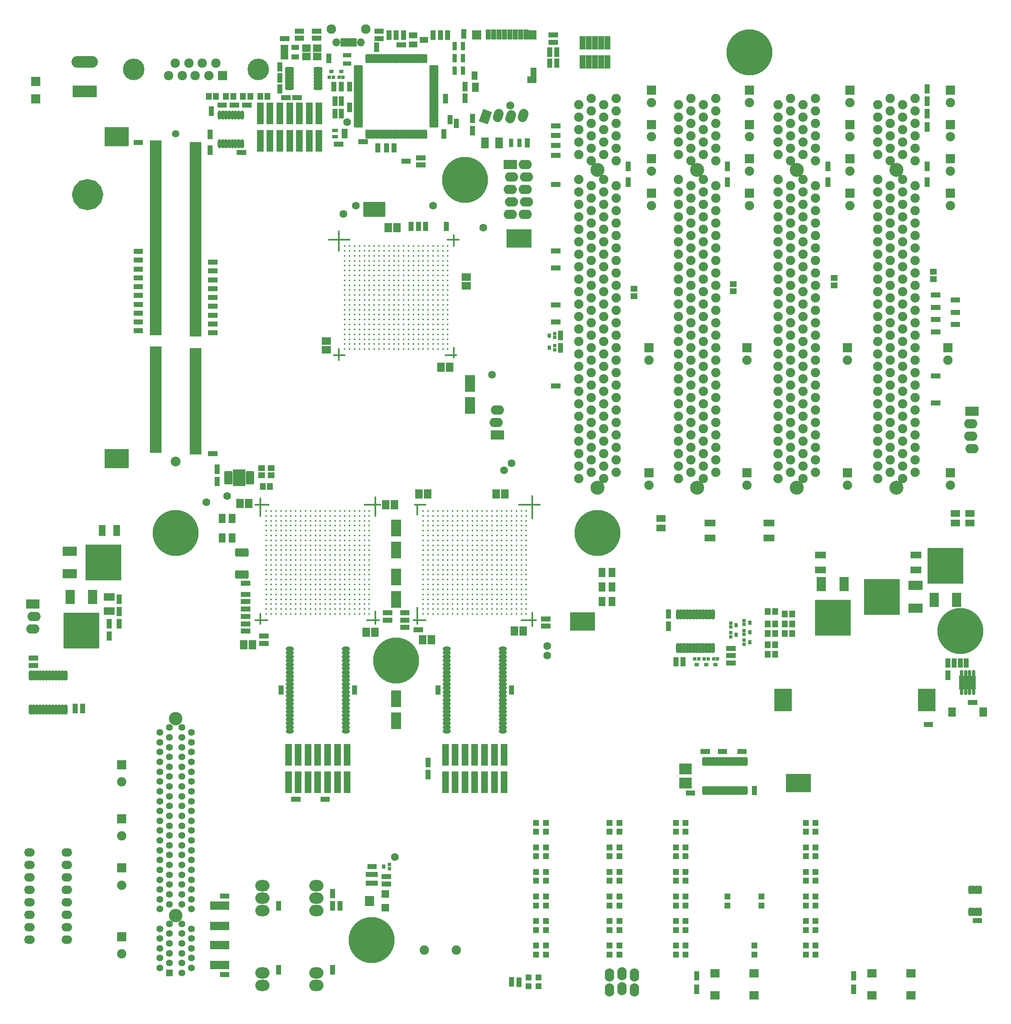
<source format=gts>
G04 #@! TF.FileFunction,Soldermask,Top*
%FSLAX46Y46*%
G04 Gerber Fmt 4.6, Leading zero omitted, Abs format (unit mm)*
G04 Created by KiCad (PCBNEW (2016-09-03 BZR 7112, Git 24f6c4b)-product) date Mon Sep  5 18:10:30 2016*
%MOMM*%
%LPD*%
G01*
G04 APERTURE LIST*
%ADD10C,0.100000*%
%ADD11C,0.300000*%
%ADD12R,1.900000X1.900000*%
%ADD13C,2.000000*%
%ADD14C,1.500000*%
%ADD15R,5.000000X3.900000*%
%ADD16R,2.400000X0.750000*%
%ADD17R,1.100000X2.150000*%
%ADD18R,1.700000X1.900000*%
%ADD19R,1.200000X1.900000*%
%ADD20R,1.850000X1.400000*%
%ADD21R,1.400000X1.950000*%
%ADD22R,1.200000X1.800000*%
%ADD23R,2.686000X1.924000*%
%ADD24O,2.686000X1.924000*%
%ADD25O,1.924000X2.686000*%
%ADD26C,1.924000*%
%ADD27C,1.650000*%
%ADD28O,1.800000X0.700000*%
%ADD29R,2.600000X3.500000*%
%ADD30C,0.500200*%
%ADD31O,2.178000X1.700000*%
%ADD32R,3.600000X4.600000*%
%ADD33R,1.000000X1.000000*%
%ADD34R,1.160000X2.800000*%
%ADD35O,0.700000X1.900000*%
%ADD36O,1.900000X0.700000*%
%ADD37C,2.750000*%
%ADD38C,1.400000*%
%ADD39R,1.400000X1.400000*%
%ADD40O,1.650000X0.950000*%
%ADD41R,4.900000X2.400000*%
%ADD42O,5.400000X2.400000*%
%ADD43R,0.800000X1.750000*%
%ADD44O,1.950000X1.950000*%
%ADD45O,1.650000X1.650000*%
%ADD46C,2.851100*%
%ADD47C,1.901140*%
%ADD48C,1.900000*%
%ADD49R,1.850000X2.850000*%
%ADD50R,7.350000X7.350000*%
%ADD51R,2.850000X1.850000*%
%ADD52R,1.000000X1.050000*%
%ADD53R,1.200100X1.299160*%
%ADD54R,1.050000X1.000000*%
%ADD55C,9.400000*%
%ADD56O,2.900000X2.300000*%
%ADD57R,3.900000X1.800000*%
%ADD58R,1.950000X1.700000*%
%ADD59R,1.250000X1.400000*%
%ADD60O,0.850000X2.100000*%
%ADD61R,1.600000X1.000000*%
%ADD62O,0.750000X1.250000*%
%ADD63R,3.500000X3.000000*%
%ADD64R,1.500000X1.000000*%
%ADD65O,1.850000X0.850000*%
%ADD66R,1.300000X1.350000*%
%ADD67R,1.350000X1.300000*%
%ADD68R,1.400000X4.500000*%
%ADD69O,0.850000X1.800000*%
%ADD70R,0.850000X0.750000*%
%ADD71R,0.750000X0.750000*%
%ADD72R,0.730000X0.900000*%
%ADD73R,1.800000X1.600000*%
%ADD74O,0.800000X1.850000*%
%ADD75R,0.900000X0.730000*%
%ADD76R,1.600000X2.200000*%
%ADD77R,0.750000X0.850000*%
%ADD78C,4.400000*%
%ADD79R,1.924000X1.924000*%
%ADD80C,1.924000*%
%ADD81R,1.700000X1.300000*%
%ADD82R,1.700000X1.200000*%
%ADD83R,1.150000X0.800000*%
%ADD84C,0.350000*%
%ADD85R,2.200000X1.600000*%
%ADD86R,1.400000X1.250000*%
%ADD87R,1.850000X1.350000*%
%ADD88R,2.200000X1.450000*%
%ADD89R,1.350000X1.850000*%
%ADD90O,0.850000X1.850000*%
%ADD91R,2.650000X2.200000*%
%ADD92R,1.550000X1.850000*%
%ADD93R,1.850000X1.550000*%
%ADD94C,1.600000*%
%ADD95R,2.000000X3.400000*%
%ADD96R,5.100000X3.830000*%
%ADD97R,1.450000X2.200000*%
%ADD98R,1.600000X1.600000*%
%ADD99R,1.900000X2.000000*%
%ADD100R,0.800000X1.000000*%
%ADD101C,0.254000*%
G04 APERTURE END LIST*
D10*
D11*
X106500000Y-121750000D02*
X103500000Y-121750000D01*
X105750000Y-120250000D02*
X105750000Y-123000000D01*
X84000000Y-121750000D02*
X81500000Y-121750000D01*
X82250000Y-122500000D02*
X82250000Y-119250000D01*
X107250000Y-98250000D02*
X103000000Y-98250000D01*
X105750000Y-101000000D02*
X105750000Y-96500000D01*
X82250000Y-98250000D02*
X82250000Y-100250000D01*
X84000000Y-98250000D02*
X81750000Y-98250000D01*
X90250000Y-67750000D02*
X88000000Y-67750000D01*
X89750000Y-66250000D02*
X89750000Y-68250000D01*
X74750000Y-98250000D02*
X71500000Y-98250000D01*
X73750000Y-100500000D02*
X73750000Y-96750000D01*
X50250000Y-120500000D02*
X50250000Y-122500000D01*
X49250000Y-121750000D02*
X51750000Y-121750000D01*
X73750000Y-120000000D02*
X73750000Y-122500000D01*
X72000000Y-121750000D02*
X74500000Y-121750000D01*
X49250000Y-98250000D02*
X52000000Y-98250000D01*
X50250000Y-100500000D02*
X50250000Y-97000000D01*
X89750000Y-45500000D02*
X89750000Y-43250000D01*
X88500000Y-44250000D02*
X90750000Y-44250000D01*
X64250000Y-44250000D02*
X68500000Y-44250000D01*
X66250000Y-46500000D02*
X66250000Y-42500000D01*
X66250000Y-67750000D02*
X65250000Y-67750000D01*
X66250000Y-68750000D02*
X66250000Y-67750000D01*
X66250000Y-67750000D02*
X67500000Y-67750000D01*
X66250000Y-66500000D02*
X66250000Y-67750000D01*
D12*
X4500000Y-15500060D03*
X4500000Y-11999940D03*
D13*
X33000000Y-89400000D03*
D14*
X33000000Y-22600000D03*
D15*
X21000000Y-23200000D03*
X21000000Y-88800000D03*
D16*
X37100000Y-87650000D03*
X37100000Y-87050000D03*
X37100000Y-86450000D03*
X37100000Y-85850000D03*
X37100000Y-85250000D03*
X37100000Y-84650000D03*
X37100000Y-84050000D03*
X37100000Y-83450000D03*
X37100000Y-82850000D03*
X37100000Y-82250000D03*
X37100000Y-81650000D03*
X37100000Y-81050000D03*
X37100000Y-80450000D03*
X37100000Y-79850000D03*
X37100000Y-79250000D03*
X37100000Y-78650000D03*
X37100000Y-78050000D03*
X37100000Y-77450000D03*
X37100000Y-76850000D03*
X37100000Y-76250000D03*
X37100000Y-75650000D03*
X37100000Y-75050000D03*
X37100000Y-74450000D03*
X37100000Y-73850000D03*
X37100000Y-73250000D03*
X37100000Y-72650000D03*
X37100000Y-72050000D03*
X37100000Y-71450000D03*
X37100000Y-70850000D03*
X37100000Y-70250000D03*
X37100000Y-69650000D03*
X37100000Y-69050000D03*
X37100000Y-68450000D03*
X37100000Y-67850000D03*
X37100000Y-67250000D03*
X37100000Y-66650000D03*
X37100000Y-63650000D03*
X37100000Y-63050000D03*
X37100000Y-62450000D03*
X37100000Y-61850000D03*
X37100000Y-61250000D03*
X37100000Y-60650000D03*
X37100000Y-60050000D03*
X37100000Y-59450000D03*
X37100000Y-58850000D03*
X37100000Y-58250000D03*
X37100000Y-57650000D03*
X37100000Y-57050000D03*
X37100000Y-56450000D03*
X37100000Y-55850000D03*
X37100000Y-55250000D03*
X37100000Y-54650000D03*
X37100000Y-54050000D03*
X37100000Y-53450000D03*
X37100000Y-52850000D03*
X37100000Y-52250000D03*
X37100000Y-51650000D03*
X37100000Y-51050000D03*
X37100000Y-50450000D03*
X37100000Y-49850000D03*
X37100000Y-49250000D03*
X37100000Y-48650000D03*
X37100000Y-48050000D03*
X37100000Y-47450000D03*
X37100000Y-46850000D03*
X37100000Y-46250000D03*
X37100000Y-45650000D03*
X37100000Y-45050000D03*
X37100000Y-44450000D03*
X37100000Y-43850000D03*
X37100000Y-43250000D03*
X37100000Y-42650000D03*
X37100000Y-42050000D03*
X37100000Y-41450000D03*
X37100000Y-40850000D03*
X37100000Y-40250000D03*
X37100000Y-39650000D03*
X37100000Y-39050000D03*
X37100000Y-38450000D03*
X37100000Y-37850000D03*
X37100000Y-37250000D03*
X37100000Y-36650000D03*
X37100000Y-36050000D03*
X37100000Y-35450000D03*
X37100000Y-34850000D03*
X37100000Y-34250000D03*
X37100000Y-33650000D03*
X37100000Y-33050000D03*
X37100000Y-32450000D03*
X37100000Y-31850000D03*
X37100000Y-31250000D03*
X37100000Y-30650000D03*
X37100000Y-30050000D03*
X37100000Y-29450000D03*
X37100000Y-28850000D03*
X37100000Y-28250000D03*
X37100000Y-27650000D03*
X37100000Y-27050000D03*
X37100000Y-26450000D03*
X37100000Y-25850000D03*
X37100000Y-25250000D03*
X37100000Y-24650000D03*
X28900000Y-87350000D03*
X28900000Y-86750000D03*
X28900000Y-86150000D03*
X28900000Y-85550000D03*
X28900000Y-84950000D03*
X28900000Y-84350000D03*
X28900000Y-83750000D03*
X28900000Y-83150000D03*
X28900000Y-82550000D03*
X28900000Y-81950000D03*
X28900000Y-81350000D03*
X28900000Y-80750000D03*
X28900000Y-80150000D03*
X28900000Y-79550000D03*
X28900000Y-78950000D03*
X28900000Y-78350000D03*
X28900000Y-77750000D03*
X28900000Y-77150000D03*
X28900000Y-76550000D03*
X28900000Y-75950000D03*
X28900000Y-75350000D03*
X28900000Y-74750000D03*
X28900000Y-74150000D03*
X28900000Y-73550000D03*
X28900000Y-72950000D03*
X28900000Y-72350000D03*
X28900000Y-71750000D03*
X28900000Y-71150000D03*
X28900000Y-70550000D03*
X28900000Y-69950000D03*
X28900000Y-69350000D03*
X28900000Y-68750000D03*
X28900000Y-68150000D03*
X28900000Y-67550000D03*
X28900000Y-66950000D03*
X28900000Y-66350000D03*
X28900000Y-63350000D03*
X28900000Y-62750000D03*
X28900000Y-62150000D03*
X28900000Y-61550000D03*
X28900000Y-60950000D03*
X28900000Y-60350000D03*
X28900000Y-59750000D03*
X28900000Y-59150000D03*
X28900000Y-58550000D03*
X28900000Y-57950000D03*
X28900000Y-57350000D03*
X28900000Y-56750000D03*
X28900000Y-56150000D03*
X28900000Y-55550000D03*
X28900000Y-54950000D03*
X28900000Y-54350000D03*
X28900000Y-53750000D03*
X28900000Y-53150000D03*
X28900000Y-52550000D03*
X28900000Y-51950000D03*
X28900000Y-51350000D03*
X28900000Y-50750000D03*
X28900000Y-50150000D03*
X28900000Y-49550000D03*
X28900000Y-48950000D03*
X28900000Y-48350000D03*
X28900000Y-47750000D03*
X28900000Y-47150000D03*
X28900000Y-46550000D03*
X28900000Y-45950000D03*
X28900000Y-45350000D03*
X28900000Y-44750000D03*
X28900000Y-44150000D03*
X28900000Y-43550000D03*
X28900000Y-42950000D03*
X28900000Y-42350000D03*
X28900000Y-41750000D03*
X28900000Y-41150000D03*
X28900000Y-40550000D03*
X28900000Y-39950000D03*
X28900000Y-39350000D03*
X28900000Y-38750000D03*
X28900000Y-38150000D03*
X28900000Y-37550000D03*
X28900000Y-36950000D03*
X28900000Y-36350000D03*
X28900000Y-35750000D03*
X28900000Y-35150000D03*
X28900000Y-34550000D03*
X28900000Y-33950000D03*
X28900000Y-33350000D03*
X28900000Y-32750000D03*
X28900000Y-32150000D03*
X28900000Y-31550000D03*
X28900000Y-30950000D03*
X28900000Y-30350000D03*
X28900000Y-29750000D03*
X28900000Y-29150000D03*
X28900000Y-28550000D03*
X28900000Y-27950000D03*
X28900000Y-27350000D03*
X28900000Y-26750000D03*
X28900000Y-26150000D03*
X28900000Y-25550000D03*
X28900000Y-24950000D03*
X28900000Y-24350000D03*
D17*
X96800000Y-2375000D03*
X97900000Y-2375000D03*
X99000000Y-2375000D03*
X100100000Y-2375000D03*
X101200000Y-2375000D03*
X102300000Y-2375000D03*
X103400000Y-2375000D03*
X104500000Y-2375000D03*
D18*
X105700000Y-2500000D03*
D12*
X94350000Y-2500000D03*
D19*
X105950000Y-10100000D03*
D20*
X105625000Y-11600000D03*
D21*
X94100000Y-13175000D03*
D22*
X94000000Y-10750000D03*
D23*
X98627000Y-84040000D03*
D24*
X98373000Y-81500000D03*
X98627000Y-78960000D03*
D25*
X121460000Y-197151000D03*
X124000000Y-196897000D03*
X126540000Y-197151000D03*
X121460000Y-194103000D03*
X124000000Y-193849000D03*
X126540000Y-194103000D03*
D23*
X195377000Y-79190000D03*
D24*
X195123000Y-81730000D03*
X195123000Y-84270000D03*
X195377000Y-86810000D03*
D23*
X3873000Y-118460000D03*
D24*
X4127000Y-121000000D03*
X3873000Y-123540000D03*
D10*
G36*
X94826683Y-20059984D02*
X95745349Y-17535969D01*
X97553317Y-18194016D01*
X96634651Y-20718031D01*
X94826683Y-20059984D01*
X94826683Y-20059984D01*
G37*
D26*
X98860310Y-18514977D02*
X98599690Y-19231023D01*
X101400310Y-18768977D02*
X101139690Y-19485023D01*
X103940310Y-18514977D02*
X103679690Y-19231023D01*
D27*
X101270000Y-16840000D03*
D23*
X101222000Y-28920000D03*
D24*
X101476000Y-31460000D03*
X101222000Y-34000000D03*
X101476000Y-36540000D03*
X101222000Y-39080000D03*
X104270000Y-28920000D03*
X104524000Y-31460000D03*
X104270000Y-34000000D03*
X104524000Y-36540000D03*
X104270000Y-39080000D03*
D28*
X48200000Y-93729290D03*
X48200000Y-93229290D03*
X48200000Y-92729290D03*
X48200000Y-92229290D03*
X48200000Y-91729290D03*
X43800000Y-91729290D03*
X43800000Y-92229290D03*
X43800000Y-92729290D03*
X43800000Y-93229290D03*
X43800000Y-93729290D03*
D29*
X46000000Y-92729290D03*
D30*
X46000000Y-92729290D03*
X46500000Y-93229290D03*
X45500000Y-93229290D03*
X45500000Y-92229290D03*
X46500000Y-92229290D03*
D31*
X3190000Y-169110000D03*
X3190000Y-171650000D03*
X3190000Y-174190000D03*
X3190000Y-176730000D03*
X3190000Y-179270000D03*
X3190000Y-181810000D03*
X3190000Y-184350000D03*
X3190000Y-186890000D03*
X10810000Y-186890000D03*
X10810000Y-184350000D03*
X10810000Y-181810000D03*
X10810000Y-179270000D03*
X10810000Y-176730000D03*
X10810000Y-174190000D03*
X10810000Y-171650000D03*
X10810000Y-169110000D03*
D32*
X186150000Y-138000000D03*
X156850000Y-138000000D03*
D33*
X110950000Y-25000000D03*
X110050000Y-25000000D03*
D34*
X115960000Y-7950000D03*
X115960000Y-4050000D03*
X117230000Y-7950000D03*
X117230000Y-4050000D03*
X118500000Y-7950000D03*
X118500000Y-4050000D03*
X119770000Y-4050000D03*
X121040000Y-7950000D03*
X121040000Y-4050000D03*
X119770000Y-7950000D03*
D35*
X72000000Y-22700000D03*
X72500000Y-22700000D03*
X73000000Y-22700000D03*
X73500000Y-22700000D03*
X74000000Y-22700000D03*
X74500000Y-22700000D03*
X75000000Y-22700000D03*
X75500000Y-22700000D03*
X76000000Y-22700000D03*
X76500000Y-22700000D03*
X77000000Y-22700000D03*
X77500000Y-22700000D03*
X78000000Y-22700000D03*
X78500000Y-22700000D03*
X79000000Y-22700000D03*
X79500000Y-22700000D03*
X80000000Y-22700000D03*
X80500000Y-22700000D03*
X81000000Y-22700000D03*
X81500000Y-22700000D03*
X82000000Y-22700000D03*
X82500000Y-22700000D03*
X83000000Y-22700000D03*
X83500000Y-22700000D03*
X84000000Y-22700000D03*
D36*
X85700000Y-21000000D03*
X85700000Y-20500000D03*
X85700000Y-20000000D03*
X85700000Y-19500000D03*
X85700000Y-19000000D03*
X85700000Y-18500000D03*
X85700000Y-18000000D03*
X85700000Y-17500000D03*
X85700000Y-17000000D03*
X85700000Y-16500000D03*
X85700000Y-16000000D03*
X85700000Y-15500000D03*
X85700000Y-15000000D03*
X85700000Y-14500000D03*
X85700000Y-14000000D03*
X85700000Y-13500000D03*
X85700000Y-13000000D03*
X85700000Y-12500000D03*
X85700000Y-12000000D03*
X85700000Y-11500000D03*
X85700000Y-11000000D03*
X85700000Y-10500000D03*
X85700000Y-10000000D03*
X85700000Y-9500000D03*
X85700000Y-9000000D03*
D35*
X84000000Y-7300000D03*
X83500000Y-7300000D03*
X83000000Y-7300000D03*
X82500000Y-7300000D03*
X82000000Y-7300000D03*
X81500000Y-7300000D03*
X81000000Y-7300000D03*
X80500000Y-7300000D03*
X80000000Y-7300000D03*
X79500000Y-7300000D03*
X79000000Y-7300000D03*
X78500000Y-7300000D03*
X78000000Y-7300000D03*
X77500000Y-7300000D03*
X77000000Y-7300000D03*
X76500000Y-7300000D03*
X76000000Y-7300000D03*
X75500000Y-7300000D03*
X75000000Y-7300000D03*
X74500000Y-7300000D03*
X74000000Y-7300000D03*
X73500000Y-7300000D03*
X73000000Y-7300000D03*
X72500000Y-7300000D03*
X72000000Y-7300000D03*
D36*
X70300000Y-9000000D03*
X70300000Y-9500000D03*
X70300000Y-10000000D03*
X70300000Y-10500000D03*
X70300000Y-11000000D03*
X70300000Y-11500000D03*
X70300000Y-12000000D03*
X70300000Y-12500000D03*
X70300000Y-13000000D03*
X70300000Y-13500000D03*
X70300000Y-14000000D03*
X70300000Y-14500000D03*
X70300000Y-15000000D03*
X70300000Y-15500000D03*
X70300000Y-16000000D03*
X70300000Y-16500000D03*
X70300000Y-17000000D03*
X70300000Y-17500000D03*
X70300000Y-18000000D03*
X70300000Y-18500000D03*
X70300000Y-19000000D03*
X70300000Y-19500000D03*
X70300000Y-20000000D03*
X70300000Y-20500000D03*
X70300000Y-21000000D03*
D37*
X33000000Y-182000000D03*
D38*
X34250000Y-193650000D03*
X36250000Y-192650000D03*
X34250000Y-191650000D03*
X36250000Y-190650000D03*
X34250000Y-189650000D03*
X36250000Y-188650000D03*
X34250000Y-187650000D03*
X36250000Y-186650000D03*
X34250000Y-185650000D03*
X36250000Y-184650000D03*
X34250000Y-183650000D03*
D39*
X31750000Y-193650000D03*
D38*
X29750000Y-192650000D03*
X31750000Y-191650000D03*
X29750000Y-190650000D03*
X31750000Y-189650000D03*
X29750000Y-188650000D03*
X31750000Y-187650000D03*
X29750000Y-186650000D03*
X31750000Y-185650000D03*
X29750000Y-184650000D03*
X31750000Y-183650000D03*
X36250000Y-180650000D03*
X34250000Y-179650000D03*
X36250000Y-178650000D03*
X34250000Y-177650000D03*
X36250000Y-176650000D03*
X34250000Y-175650000D03*
X36250000Y-174650000D03*
X34250000Y-173650000D03*
X36250000Y-172650000D03*
X34250000Y-171650000D03*
X36250000Y-170650000D03*
X34250000Y-169650000D03*
X36250000Y-168650000D03*
X34250000Y-167650000D03*
X36250000Y-166650000D03*
X34250000Y-165650000D03*
X36250000Y-164650000D03*
X34250000Y-163650000D03*
X36250000Y-162650000D03*
X34250000Y-161650000D03*
X36250000Y-160650000D03*
X34250000Y-159650000D03*
X36250000Y-158650000D03*
X34250000Y-157650000D03*
X36250000Y-156650000D03*
X34250000Y-155650000D03*
X36250000Y-154650000D03*
X34250000Y-153650000D03*
X36250000Y-152650000D03*
X34250000Y-151650000D03*
X36250000Y-150650000D03*
X34250000Y-149650000D03*
X36250000Y-148650000D03*
X34250000Y-147650000D03*
X36250000Y-146650000D03*
X34250000Y-145650000D03*
X36250000Y-144650000D03*
X34250000Y-143650000D03*
X29750000Y-180650000D03*
X31750000Y-179650000D03*
X29750000Y-178650000D03*
X31750000Y-177650000D03*
X29750000Y-176650000D03*
X31750000Y-175650000D03*
X29750000Y-174650000D03*
X31750000Y-173650000D03*
X29750000Y-172650000D03*
X31750000Y-171650000D03*
X29750000Y-170650000D03*
X31750000Y-169650000D03*
X29750000Y-168650000D03*
X31750000Y-167650000D03*
X29750000Y-166650000D03*
X31750000Y-165650000D03*
X29750000Y-164650000D03*
X31750000Y-163650000D03*
X29750000Y-162650000D03*
X31750000Y-161650000D03*
X29750000Y-160650000D03*
X31750000Y-159650000D03*
X29750000Y-158650000D03*
X31750000Y-157650000D03*
X29750000Y-156650000D03*
X31750000Y-155650000D03*
X29750000Y-154650000D03*
X31750000Y-153650000D03*
X29750000Y-152650000D03*
X31750000Y-151650000D03*
X29750000Y-150650000D03*
X31750000Y-149650000D03*
X29750000Y-148650000D03*
X31750000Y-147650000D03*
X29750000Y-146650000D03*
X31750000Y-145650000D03*
X29750000Y-144650000D03*
X31750000Y-143650000D03*
D37*
X33000000Y-141850000D03*
D40*
X56300000Y-127600000D03*
X56300000Y-128400000D03*
X56300000Y-129200000D03*
X56300000Y-130000000D03*
X56300000Y-130800000D03*
X56300000Y-131600000D03*
X56300000Y-132400000D03*
X56300000Y-133200000D03*
X56300000Y-134000000D03*
X56300000Y-134800000D03*
X56300000Y-135600000D03*
X56300000Y-136400000D03*
X56300000Y-137200000D03*
X56300000Y-138000000D03*
X56300000Y-138800000D03*
X56300000Y-139600000D03*
X56300000Y-140400000D03*
X56300000Y-141200000D03*
X56300000Y-142000000D03*
X56300000Y-142800000D03*
X56300000Y-143600000D03*
X56300000Y-144400000D03*
X67700000Y-144400000D03*
X67700000Y-143600000D03*
X67700000Y-142800000D03*
X67700000Y-142000000D03*
X67700000Y-141200000D03*
X67700000Y-140400000D03*
X67700000Y-139600000D03*
X67700000Y-138800000D03*
X67700000Y-138000000D03*
X67700000Y-137200000D03*
X67700000Y-136400000D03*
X67700000Y-135600000D03*
X67700000Y-134800000D03*
X67700000Y-134000000D03*
X67700000Y-133200000D03*
X67700000Y-132400000D03*
X67700000Y-131600000D03*
X67700000Y-130800000D03*
X67700000Y-130000000D03*
X67700000Y-129200000D03*
X67700000Y-128400000D03*
X67700000Y-127600000D03*
D41*
X14500000Y-14000000D03*
D42*
X14500000Y-8000000D03*
D43*
X69550000Y-4000000D03*
X68900000Y-4000000D03*
X68250000Y-4000000D03*
X67600000Y-4000000D03*
X66950000Y-4000000D03*
D44*
X71750000Y-1300000D03*
X64750000Y-1300000D03*
D45*
X70750000Y-4000000D03*
X65750000Y-4000000D03*
D46*
X180000000Y-30000000D03*
D47*
X176190000Y-92865000D03*
X181270000Y-92865000D03*
D46*
X180000000Y-94770000D03*
D47*
X178730000Y-91595000D03*
X183810000Y-91595000D03*
X176190000Y-90325000D03*
X176190000Y-87785000D03*
X176190000Y-85245000D03*
X176190000Y-82705000D03*
X176190000Y-80165000D03*
X176190000Y-77625000D03*
X176190000Y-75085000D03*
X176190000Y-72545000D03*
X176190000Y-70005000D03*
X176190000Y-67465000D03*
X176190000Y-64925000D03*
X176190000Y-62385000D03*
X176190000Y-59845000D03*
X176190000Y-57305000D03*
X176190000Y-54765000D03*
X178730000Y-89055000D03*
X178730000Y-86515000D03*
X178730000Y-83975000D03*
X178730000Y-81435000D03*
X178730000Y-78895000D03*
X178730000Y-76355000D03*
X178730000Y-73815000D03*
X178730000Y-71275000D03*
X178730000Y-68735000D03*
X178730000Y-66195000D03*
X178730000Y-63655000D03*
X178730000Y-61115000D03*
X178730000Y-58575000D03*
X178730000Y-56035000D03*
X178730000Y-53495000D03*
X176190000Y-52225000D03*
X178730000Y-50955000D03*
X176190000Y-49685000D03*
X178730000Y-48415000D03*
X176190000Y-47145000D03*
X178730000Y-45875000D03*
X176190000Y-44605000D03*
X178730000Y-43335000D03*
X176190000Y-42065000D03*
X178730000Y-40795000D03*
X176190000Y-39525000D03*
X178730000Y-38255000D03*
X176190000Y-36985000D03*
X178730000Y-35715000D03*
X176190000Y-34445000D03*
X178730000Y-33175000D03*
X176190000Y-31905000D03*
X178730000Y-28095000D03*
X176190000Y-26825000D03*
X178730000Y-25555000D03*
X176190000Y-24285000D03*
X178730000Y-23015000D03*
X176190000Y-21745000D03*
X178730000Y-20475000D03*
X176190000Y-19205000D03*
X178730000Y-17935000D03*
X176190000Y-16665000D03*
X178730000Y-15395000D03*
X181270000Y-90325000D03*
X183810000Y-89055000D03*
X181270000Y-87785000D03*
X183810000Y-86515000D03*
X181270000Y-85245000D03*
X183810000Y-83975000D03*
X181270000Y-82705000D03*
X183810000Y-81435000D03*
X181270000Y-80165000D03*
X183810000Y-78895000D03*
X181270000Y-77625000D03*
X183810000Y-76355000D03*
X181270000Y-75085000D03*
X183810000Y-73815000D03*
X181270000Y-72545000D03*
X183810000Y-71275000D03*
X181270000Y-70005000D03*
X183810000Y-68735000D03*
X181270000Y-67465000D03*
X183810000Y-66195000D03*
X181270000Y-64925000D03*
X183810000Y-63655000D03*
X181270000Y-62385000D03*
X183810000Y-61115000D03*
X181270000Y-59845000D03*
X183810000Y-58575000D03*
X181270000Y-57305000D03*
X183810000Y-56035000D03*
X181270000Y-54765000D03*
X183810000Y-53495000D03*
X181270000Y-52225000D03*
X183810000Y-50955000D03*
X181270000Y-49685000D03*
X183810000Y-48415000D03*
X181270000Y-47145000D03*
X183810000Y-45875000D03*
X181270000Y-44605000D03*
X183810000Y-43335000D03*
X181270000Y-42065000D03*
X183810000Y-40795000D03*
X181270000Y-39525000D03*
X183810000Y-38255000D03*
X181270000Y-36985000D03*
X183810000Y-35715000D03*
X181270000Y-34445000D03*
X183810000Y-33175000D03*
X181270000Y-31905000D03*
X183810000Y-28095000D03*
X181270000Y-26825000D03*
X183810000Y-25555000D03*
X181270000Y-24285000D03*
X183810000Y-23015000D03*
X181270000Y-21745000D03*
X183810000Y-20475000D03*
X181270000Y-19205000D03*
X183810000Y-17935000D03*
X181270000Y-16665000D03*
X183810000Y-15395000D03*
D46*
X159680000Y-30000000D03*
D47*
X155870000Y-92865000D03*
X160950000Y-92865000D03*
D46*
X159680000Y-94770000D03*
D47*
X158410000Y-91595000D03*
X163490000Y-91595000D03*
X155870000Y-90325000D03*
X155870000Y-87785000D03*
X155870000Y-85245000D03*
X155870000Y-82705000D03*
X155870000Y-80165000D03*
X155870000Y-77625000D03*
X155870000Y-75085000D03*
X155870000Y-72545000D03*
X155870000Y-70005000D03*
X155870000Y-67465000D03*
X155870000Y-64925000D03*
X155870000Y-62385000D03*
X155870000Y-59845000D03*
X155870000Y-57305000D03*
X155870000Y-54765000D03*
X158410000Y-89055000D03*
X158410000Y-86515000D03*
X158410000Y-83975000D03*
X158410000Y-81435000D03*
X158410000Y-78895000D03*
X158410000Y-76355000D03*
X158410000Y-73815000D03*
X158410000Y-71275000D03*
X158410000Y-68735000D03*
X158410000Y-66195000D03*
X158410000Y-63655000D03*
X158410000Y-61115000D03*
X158410000Y-58575000D03*
X158410000Y-56035000D03*
X158410000Y-53495000D03*
X155870000Y-52225000D03*
X158410000Y-50955000D03*
X155870000Y-49685000D03*
X158410000Y-48415000D03*
X155870000Y-47145000D03*
X158410000Y-45875000D03*
X155870000Y-44605000D03*
X158410000Y-43335000D03*
X155870000Y-42065000D03*
X158410000Y-40795000D03*
X155870000Y-39525000D03*
X158410000Y-38255000D03*
X155870000Y-36985000D03*
X158410000Y-35715000D03*
X155870000Y-34445000D03*
X158410000Y-33175000D03*
X155870000Y-31905000D03*
X158410000Y-28095000D03*
X155870000Y-26825000D03*
X158410000Y-25555000D03*
X155870000Y-24285000D03*
X158410000Y-23015000D03*
X155870000Y-21745000D03*
X158410000Y-20475000D03*
X155870000Y-19205000D03*
X158410000Y-17935000D03*
X155870000Y-16665000D03*
X158410000Y-15395000D03*
X160950000Y-90325000D03*
X163490000Y-89055000D03*
X160950000Y-87785000D03*
X163490000Y-86515000D03*
X160950000Y-85245000D03*
X163490000Y-83975000D03*
X160950000Y-82705000D03*
X163490000Y-81435000D03*
X160950000Y-80165000D03*
X163490000Y-78895000D03*
X160950000Y-77625000D03*
X163490000Y-76355000D03*
X160950000Y-75085000D03*
X163490000Y-73815000D03*
X160950000Y-72545000D03*
X163490000Y-71275000D03*
X160950000Y-70005000D03*
X163490000Y-68735000D03*
X160950000Y-67465000D03*
X163490000Y-66195000D03*
X160950000Y-64925000D03*
X163490000Y-63655000D03*
X160950000Y-62385000D03*
X163490000Y-61115000D03*
X160950000Y-59845000D03*
X163490000Y-58575000D03*
X160950000Y-57305000D03*
X163490000Y-56035000D03*
X160950000Y-54765000D03*
X163490000Y-53495000D03*
X160950000Y-52225000D03*
X163490000Y-50955000D03*
X160950000Y-49685000D03*
X163490000Y-48415000D03*
X160950000Y-47145000D03*
X163490000Y-45875000D03*
X160950000Y-44605000D03*
X163490000Y-43335000D03*
X160950000Y-42065000D03*
X163490000Y-40795000D03*
X160950000Y-39525000D03*
X163490000Y-38255000D03*
X160950000Y-36985000D03*
X163490000Y-35715000D03*
X160950000Y-34445000D03*
X163490000Y-33175000D03*
X160950000Y-31905000D03*
X163490000Y-28095000D03*
X160950000Y-26825000D03*
X163490000Y-25555000D03*
X160950000Y-24285000D03*
X163490000Y-23015000D03*
X160950000Y-21745000D03*
X163490000Y-20475000D03*
X160950000Y-19205000D03*
X163490000Y-17935000D03*
X160950000Y-16665000D03*
X163490000Y-15395000D03*
D46*
X139360000Y-30000000D03*
D47*
X135550000Y-92865000D03*
X140630000Y-92865000D03*
D46*
X139360000Y-94770000D03*
D47*
X138090000Y-91595000D03*
X143170000Y-91595000D03*
X135550000Y-90325000D03*
X135550000Y-87785000D03*
X135550000Y-85245000D03*
X135550000Y-82705000D03*
X135550000Y-80165000D03*
X135550000Y-77625000D03*
X135550000Y-75085000D03*
X135550000Y-72545000D03*
X135550000Y-70005000D03*
X135550000Y-67465000D03*
X135550000Y-64925000D03*
X135550000Y-62385000D03*
X135550000Y-59845000D03*
X135550000Y-57305000D03*
X135550000Y-54765000D03*
X138090000Y-89055000D03*
X138090000Y-86515000D03*
X138090000Y-83975000D03*
X138090000Y-81435000D03*
X138090000Y-78895000D03*
X138090000Y-76355000D03*
X138090000Y-73815000D03*
X138090000Y-71275000D03*
X138090000Y-68735000D03*
X138090000Y-66195000D03*
X138090000Y-63655000D03*
X138090000Y-61115000D03*
X138090000Y-58575000D03*
X138090000Y-56035000D03*
X138090000Y-53495000D03*
X135550000Y-52225000D03*
X138090000Y-50955000D03*
X135550000Y-49685000D03*
X138090000Y-48415000D03*
X135550000Y-47145000D03*
X138090000Y-45875000D03*
X135550000Y-44605000D03*
X138090000Y-43335000D03*
X135550000Y-42065000D03*
X138090000Y-40795000D03*
X135550000Y-39525000D03*
X138090000Y-38255000D03*
X135550000Y-36985000D03*
X138090000Y-35715000D03*
X135550000Y-34445000D03*
X138090000Y-33175000D03*
X135550000Y-31905000D03*
X138090000Y-28095000D03*
X135550000Y-26825000D03*
X138090000Y-25555000D03*
X135550000Y-24285000D03*
X138090000Y-23015000D03*
X135550000Y-21745000D03*
X138090000Y-20475000D03*
X135550000Y-19205000D03*
X138090000Y-17935000D03*
X135550000Y-16665000D03*
X138090000Y-15395000D03*
X140630000Y-90325000D03*
X143170000Y-89055000D03*
X140630000Y-87785000D03*
X143170000Y-86515000D03*
X140630000Y-85245000D03*
X143170000Y-83975000D03*
X140630000Y-82705000D03*
X143170000Y-81435000D03*
X140630000Y-80165000D03*
X143170000Y-78895000D03*
X140630000Y-77625000D03*
X143170000Y-76355000D03*
X140630000Y-75085000D03*
X143170000Y-73815000D03*
X140630000Y-72545000D03*
X143170000Y-71275000D03*
X140630000Y-70005000D03*
X143170000Y-68735000D03*
X140630000Y-67465000D03*
X143170000Y-66195000D03*
X140630000Y-64925000D03*
X143170000Y-63655000D03*
X140630000Y-62385000D03*
X143170000Y-61115000D03*
X140630000Y-59845000D03*
X143170000Y-58575000D03*
X140630000Y-57305000D03*
X143170000Y-56035000D03*
X140630000Y-54765000D03*
X143170000Y-53495000D03*
X140630000Y-52225000D03*
X143170000Y-50955000D03*
X140630000Y-49685000D03*
X143170000Y-48415000D03*
X140630000Y-47145000D03*
X143170000Y-45875000D03*
X140630000Y-44605000D03*
X143170000Y-43335000D03*
X140630000Y-42065000D03*
X143170000Y-40795000D03*
X140630000Y-39525000D03*
X143170000Y-38255000D03*
X140630000Y-36985000D03*
X143170000Y-35715000D03*
X140630000Y-34445000D03*
X143170000Y-33175000D03*
X140630000Y-31905000D03*
X143170000Y-28095000D03*
X140630000Y-26825000D03*
X143170000Y-25555000D03*
X140630000Y-24285000D03*
X143170000Y-23015000D03*
X140630000Y-21745000D03*
X143170000Y-20475000D03*
X140630000Y-19205000D03*
X143170000Y-17935000D03*
X140630000Y-16665000D03*
X143170000Y-15395000D03*
D46*
X119040000Y-30000000D03*
D47*
X115230000Y-92865000D03*
X120310000Y-92865000D03*
D46*
X119040000Y-94770000D03*
D47*
X117770000Y-91595000D03*
X122850000Y-91595000D03*
X115230000Y-90325000D03*
X115230000Y-87785000D03*
X115230000Y-85245000D03*
X115230000Y-82705000D03*
X115230000Y-80165000D03*
X115230000Y-77625000D03*
X115230000Y-75085000D03*
X115230000Y-72545000D03*
X115230000Y-70005000D03*
X115230000Y-67465000D03*
X115230000Y-64925000D03*
X115230000Y-62385000D03*
X115230000Y-59845000D03*
X115230000Y-57305000D03*
X115230000Y-54765000D03*
X117770000Y-89055000D03*
X117770000Y-86515000D03*
X117770000Y-83975000D03*
X117770000Y-81435000D03*
X117770000Y-78895000D03*
X117770000Y-76355000D03*
X117770000Y-73815000D03*
X117770000Y-71275000D03*
X117770000Y-68735000D03*
X117770000Y-66195000D03*
X117770000Y-63655000D03*
X117770000Y-61115000D03*
X117770000Y-58575000D03*
X117770000Y-56035000D03*
X117770000Y-53495000D03*
X115230000Y-52225000D03*
X117770000Y-50955000D03*
X115230000Y-49685000D03*
X117770000Y-48415000D03*
X115230000Y-47145000D03*
X117770000Y-45875000D03*
X115230000Y-44605000D03*
X117770000Y-43335000D03*
X115230000Y-42065000D03*
X117770000Y-40795000D03*
X115230000Y-39525000D03*
X117770000Y-38255000D03*
X115230000Y-36985000D03*
X117770000Y-35715000D03*
X115230000Y-34445000D03*
X117770000Y-33175000D03*
X115230000Y-31905000D03*
X117770000Y-28095000D03*
X115230000Y-26825000D03*
X117770000Y-25555000D03*
X115230000Y-24285000D03*
X117770000Y-23015000D03*
X115230000Y-21745000D03*
X117770000Y-20475000D03*
X115230000Y-19205000D03*
X117770000Y-17935000D03*
X115230000Y-16665000D03*
X117770000Y-15395000D03*
X120310000Y-90325000D03*
X122850000Y-89055000D03*
X120310000Y-87785000D03*
X122850000Y-86515000D03*
X120310000Y-85245000D03*
X122850000Y-83975000D03*
X120310000Y-82705000D03*
X122850000Y-81435000D03*
X120310000Y-80165000D03*
X122850000Y-78895000D03*
X120310000Y-77625000D03*
X122850000Y-76355000D03*
X120310000Y-75085000D03*
X122850000Y-73815000D03*
X120310000Y-72545000D03*
X122850000Y-71275000D03*
X120310000Y-70005000D03*
X122850000Y-68735000D03*
X120310000Y-67465000D03*
X122850000Y-66195000D03*
X120310000Y-64925000D03*
X122850000Y-63655000D03*
X120310000Y-62385000D03*
X122850000Y-61115000D03*
X120310000Y-59845000D03*
X122850000Y-58575000D03*
X120310000Y-57305000D03*
X122850000Y-56035000D03*
X120310000Y-54765000D03*
X122850000Y-53495000D03*
X120310000Y-52225000D03*
X122850000Y-50955000D03*
X120310000Y-49685000D03*
X122850000Y-48415000D03*
X120310000Y-47145000D03*
X122850000Y-45875000D03*
X120310000Y-44605000D03*
X122850000Y-43335000D03*
X120310000Y-42065000D03*
X122850000Y-40795000D03*
X120310000Y-39525000D03*
X122850000Y-38255000D03*
X120310000Y-36985000D03*
X122850000Y-35715000D03*
X120310000Y-34445000D03*
X122850000Y-33175000D03*
X120310000Y-31905000D03*
X122850000Y-28095000D03*
X120310000Y-26825000D03*
X122850000Y-25555000D03*
X120310000Y-24285000D03*
X122850000Y-23015000D03*
X120310000Y-21745000D03*
X122850000Y-20475000D03*
X120310000Y-19205000D03*
X122850000Y-17935000D03*
X120310000Y-16665000D03*
X122850000Y-15395000D03*
D12*
X150000000Y-27750320D03*
D48*
X150000000Y-30249680D03*
D12*
X191000000Y-27750320D03*
D48*
X191000000Y-30249680D03*
D12*
X191000000Y-20750320D03*
D48*
X191000000Y-23249680D03*
D12*
X170000000Y-66250320D03*
D48*
X170000000Y-68749680D03*
D12*
X170500000Y-34750320D03*
D48*
X170500000Y-37249680D03*
D12*
X170500000Y-27750320D03*
D48*
X170500000Y-30249680D03*
D12*
X170500000Y-20750320D03*
D48*
X170500000Y-23249680D03*
D12*
X149500000Y-66250320D03*
D48*
X149500000Y-68749680D03*
D12*
X150000000Y-34750320D03*
D48*
X150000000Y-37249680D03*
D12*
X150000000Y-20750320D03*
D48*
X150000000Y-23249680D03*
D12*
X129500000Y-66250320D03*
D48*
X129500000Y-68749680D03*
D12*
X130000000Y-34750320D03*
D48*
X130000000Y-37249680D03*
D12*
X130000000Y-27750320D03*
D48*
X130000000Y-30249680D03*
D12*
X130000000Y-20750320D03*
D48*
X130000000Y-23249680D03*
D12*
X190500000Y-66250320D03*
D48*
X190500000Y-68749680D03*
D12*
X130000000Y-13750320D03*
D48*
X130000000Y-16249680D03*
D12*
X150000000Y-13750320D03*
D48*
X150000000Y-16249680D03*
D12*
X170500000Y-13750320D03*
D48*
X170500000Y-16249680D03*
D12*
X191000000Y-34750320D03*
D48*
X191000000Y-37249680D03*
D12*
X191000000Y-13750320D03*
D48*
X191000000Y-16249680D03*
D12*
X191000000Y-91750320D03*
D48*
X191000000Y-94249680D03*
D12*
X170000000Y-91750320D03*
D48*
X170000000Y-94249680D03*
D12*
X149500000Y-91750320D03*
D48*
X149500000Y-94249680D03*
D12*
X129500000Y-91750320D03*
D48*
X129500000Y-94249680D03*
D49*
X16100000Y-117000000D03*
X11500000Y-117000000D03*
D50*
X13800000Y-123900000D03*
D51*
X11400000Y-107700000D03*
X11400000Y-112300000D03*
D50*
X18300000Y-110000000D03*
D52*
X19500000Y-122950000D03*
X19500000Y-122050000D03*
D53*
X135000000Y-188100840D03*
X135000000Y-189899160D03*
X135000000Y-183100840D03*
X135000000Y-184899160D03*
X151000000Y-188100840D03*
X151000000Y-189899160D03*
X152500000Y-178100840D03*
X152500000Y-179899160D03*
X145500000Y-178100840D03*
X145500000Y-179899160D03*
X137000000Y-188100840D03*
X137000000Y-189899160D03*
X137000000Y-183100840D03*
X137000000Y-184899160D03*
X137000000Y-178100840D03*
X137000000Y-179899160D03*
X137000000Y-168100840D03*
X137000000Y-169899160D03*
X137000000Y-163100840D03*
X137000000Y-164899160D03*
X137000000Y-173100840D03*
X137000000Y-174899160D03*
X135000000Y-178100840D03*
X135000000Y-179899160D03*
X135000000Y-173100840D03*
X135000000Y-174899160D03*
X135000000Y-168100840D03*
X135000000Y-169899160D03*
X135000000Y-163100840D03*
X135000000Y-164899160D03*
X163500000Y-188100840D03*
X163500000Y-189899160D03*
X163500000Y-183100840D03*
X163500000Y-184899160D03*
X163500000Y-178100840D03*
X163500000Y-179899160D03*
X163500000Y-173100840D03*
X163500000Y-174899160D03*
X163500000Y-168100840D03*
X163500000Y-169899160D03*
X163500000Y-163100840D03*
X163500000Y-164899160D03*
X161500000Y-188100840D03*
X161500000Y-189899160D03*
X161500000Y-183100840D03*
X161500000Y-184899160D03*
X161500000Y-178100840D03*
X161500000Y-179899160D03*
X161500000Y-173100840D03*
X161500000Y-174899160D03*
X161500000Y-168100840D03*
X161500000Y-169899160D03*
X161500000Y-163100840D03*
X161500000Y-164899160D03*
D52*
X151000000Y-156050000D03*
X151000000Y-156950000D03*
X91750000Y-2700000D03*
X91750000Y-1800000D03*
D12*
X22000000Y-162249940D03*
D48*
X22000000Y-165750060D03*
D12*
X22000000Y-151249940D03*
D48*
X22000000Y-154750060D03*
D12*
X22000000Y-186249940D03*
D48*
X22000000Y-189750060D03*
D12*
X22000000Y-172249940D03*
D48*
X22000000Y-175750060D03*
D54*
X40150000Y-63200000D03*
X41050000Y-63200000D03*
X40150000Y-52400000D03*
X41050000Y-52400000D03*
X25850000Y-53800000D03*
X24950000Y-53800000D03*
X25850000Y-46600000D03*
X24950000Y-46600000D03*
X40150000Y-61400000D03*
X41050000Y-61400000D03*
X40150000Y-50600000D03*
X41050000Y-50600000D03*
X25850000Y-55600000D03*
X24950000Y-55600000D03*
X40150000Y-87800000D03*
X41050000Y-87800000D03*
X40150000Y-59600000D03*
X41050000Y-59600000D03*
X40150000Y-48800000D03*
X41050000Y-48800000D03*
X25850000Y-57400000D03*
X24950000Y-57400000D03*
D52*
X40000000Y-23200000D03*
X40000000Y-22300000D03*
D54*
X40150000Y-57800000D03*
X41050000Y-57800000D03*
X25850000Y-48400000D03*
X24950000Y-48400000D03*
X25850000Y-59200000D03*
X24950000Y-59200000D03*
X25850000Y-24400000D03*
X24950000Y-24400000D03*
X40150000Y-56000000D03*
X41050000Y-56000000D03*
X25850000Y-50200000D03*
X24950000Y-50200000D03*
X25850000Y-61000000D03*
X24950000Y-61000000D03*
D52*
X40000000Y-26450000D03*
X40000000Y-25550000D03*
D54*
X40150000Y-54200000D03*
X41050000Y-54200000D03*
X25850000Y-52000000D03*
X24950000Y-52000000D03*
X25850000Y-62800000D03*
X24950000Y-62800000D03*
D55*
X119000000Y-104000000D03*
D38*
X122000000Y-104000000D03*
X120500000Y-106600000D03*
X117500000Y-106600000D03*
X116000000Y-104000000D03*
X117500000Y-101400000D03*
X120500000Y-101400000D03*
D55*
X78000000Y-130000000D03*
D38*
X81000000Y-130000000D03*
X79500000Y-132600000D03*
X76500000Y-132600000D03*
X75000000Y-130000000D03*
X76500000Y-127400000D03*
X79500000Y-127400000D03*
D55*
X33000000Y-104000000D03*
D38*
X36000000Y-104000000D03*
X34500000Y-106600000D03*
X31500000Y-106600000D03*
X30000000Y-104000000D03*
X31500000Y-101400000D03*
X34500000Y-101400000D03*
D55*
X92000000Y-32000000D03*
D38*
X95000000Y-32000000D03*
X93500000Y-34600000D03*
X90500000Y-34600000D03*
X89000000Y-32000000D03*
X90500000Y-29400000D03*
X93500000Y-29400000D03*
D40*
X88300000Y-127600000D03*
X88300000Y-128400000D03*
X88300000Y-129200000D03*
X88300000Y-130000000D03*
X88300000Y-130800000D03*
X88300000Y-131600000D03*
X88300000Y-132400000D03*
X88300000Y-133200000D03*
X88300000Y-134000000D03*
X88300000Y-134800000D03*
X88300000Y-135600000D03*
X88300000Y-136400000D03*
X88300000Y-137200000D03*
X88300000Y-138000000D03*
X88300000Y-138800000D03*
X88300000Y-139600000D03*
X88300000Y-140400000D03*
X88300000Y-141200000D03*
X88300000Y-142000000D03*
X88300000Y-142800000D03*
X88300000Y-143600000D03*
X88300000Y-144400000D03*
X99700000Y-144400000D03*
X99700000Y-143600000D03*
X99700000Y-142800000D03*
X99700000Y-142000000D03*
X99700000Y-141200000D03*
X99700000Y-140400000D03*
X99700000Y-139600000D03*
X99700000Y-138800000D03*
X99700000Y-138000000D03*
X99700000Y-137200000D03*
X99700000Y-136400000D03*
X99700000Y-135600000D03*
X99700000Y-134800000D03*
X99700000Y-134000000D03*
X99700000Y-133200000D03*
X99700000Y-132400000D03*
X99700000Y-131600000D03*
X99700000Y-130800000D03*
X99700000Y-130000000D03*
X99700000Y-129200000D03*
X99700000Y-128400000D03*
X99700000Y-127600000D03*
D56*
X61700000Y-196160000D03*
X61700000Y-193620000D03*
X61700000Y-180920000D03*
X61700000Y-178380000D03*
X61700000Y-175840000D03*
X50700000Y-196160000D03*
X50700000Y-193620000D03*
X50700000Y-180920000D03*
X50700000Y-178380000D03*
X50700000Y-175840000D03*
D57*
X42000000Y-192050000D03*
X42000000Y-187950000D03*
X42000000Y-179950000D03*
X42000000Y-184050000D03*
D54*
X42550000Y-178000000D03*
X43450000Y-178000000D03*
X42550000Y-194000000D03*
X43450000Y-194000000D03*
D52*
X65000000Y-193450000D03*
X65000000Y-192550000D03*
X54000000Y-193450000D03*
X54000000Y-192550000D03*
D58*
X175025000Y-198250000D03*
X182975000Y-198250000D03*
X175025000Y-193750000D03*
X182975000Y-193750000D03*
X143025000Y-198250000D03*
X150975000Y-198250000D03*
X143025000Y-193750000D03*
X150975000Y-193750000D03*
D52*
X171250000Y-196550000D03*
X171250000Y-197450000D03*
X139250000Y-196550000D03*
X139250000Y-197450000D03*
X54500000Y-135550000D03*
X54500000Y-136450000D03*
X69500000Y-136450000D03*
X69500000Y-135550000D03*
X86500000Y-135550000D03*
X86500000Y-136450000D03*
X101500000Y-136450000D03*
X101500000Y-135550000D03*
D49*
X169300000Y-114400000D03*
X164700000Y-114400000D03*
D50*
X167000000Y-121300000D03*
D49*
X187700000Y-117600000D03*
X192300000Y-117600000D03*
D50*
X190000000Y-110700000D03*
D59*
X158750000Y-124500000D03*
X157250000Y-124500000D03*
X158750000Y-122500000D03*
X157250000Y-122500000D03*
X155250000Y-128750000D03*
X153750000Y-128750000D03*
X158750000Y-120500000D03*
X157250000Y-120500000D03*
X155250000Y-120000000D03*
X153750000Y-120000000D03*
X155250000Y-122500000D03*
X153750000Y-122500000D03*
X155250000Y-126750000D03*
X153750000Y-126750000D03*
X155250000Y-124500000D03*
X153750000Y-124500000D03*
D33*
X136500000Y-129800000D03*
X136500000Y-130700000D03*
X145800000Y-127500000D03*
X146700000Y-127500000D03*
X133500000Y-120050000D03*
X133500000Y-120950000D03*
X135000000Y-129800000D03*
X135000000Y-130700000D03*
D51*
X183900000Y-119300000D03*
X183900000Y-114700000D03*
D50*
X177000000Y-117000000D03*
D60*
X135425000Y-127450000D03*
X136075000Y-127450000D03*
X136725000Y-127450000D03*
X137375000Y-127450000D03*
X138025000Y-127450000D03*
X138675000Y-127450000D03*
X139325000Y-127450000D03*
X139975000Y-127450000D03*
X140625000Y-127450000D03*
X141275000Y-127450000D03*
X141925000Y-127450000D03*
X142575000Y-127450000D03*
X142575000Y-120550000D03*
X141925000Y-120550000D03*
X141275000Y-120550000D03*
X140625000Y-120550000D03*
X139975000Y-120550000D03*
X139325000Y-120550000D03*
X138675000Y-120550000D03*
X138025000Y-120550000D03*
X137375000Y-120550000D03*
X136725000Y-120550000D03*
X136075000Y-120550000D03*
X135425000Y-120550000D03*
D33*
X145800000Y-129000000D03*
X146700000Y-129000000D03*
X145800000Y-130500000D03*
X146700000Y-130500000D03*
D52*
X133500000Y-123450000D03*
X133500000Y-122550000D03*
D61*
X191350000Y-140950000D03*
X191350000Y-140050000D03*
X197650000Y-140950000D03*
X197650000Y-140050000D03*
D62*
X193300000Y-136450000D03*
X194100000Y-136450000D03*
X194900000Y-136450000D03*
X195700000Y-136450000D03*
X195700000Y-132550000D03*
X194900000Y-132550000D03*
X194100000Y-132550000D03*
X193300000Y-132550000D03*
D63*
X194500000Y-134500000D03*
D33*
X190500000Y-132550000D03*
X190500000Y-133450000D03*
D52*
X190500000Y-130950000D03*
X190500000Y-130050000D03*
X191750000Y-130950000D03*
X191750000Y-130050000D03*
X193000000Y-130950000D03*
X193000000Y-130050000D03*
D54*
X195050000Y-138500000D03*
X195950000Y-138500000D03*
D52*
X194250000Y-130950000D03*
X194250000Y-130050000D03*
D64*
X55150000Y-5050000D03*
X55150000Y-6950000D03*
X55150000Y-6000000D03*
X57350000Y-6950000D03*
X57350000Y-5050000D03*
D65*
X56188277Y-9390254D03*
X56188277Y-10040254D03*
X56188277Y-10690254D03*
X56188277Y-11340254D03*
X56188277Y-11990254D03*
X56188277Y-12640254D03*
X56188277Y-13290254D03*
X62088277Y-13290254D03*
X62088277Y-12640254D03*
X62088277Y-11990254D03*
X62088277Y-11340254D03*
X62088277Y-10690254D03*
X62088277Y-10040254D03*
X62088277Y-9390254D03*
D52*
X54250000Y-13950000D03*
X54250000Y-13050000D03*
X54250000Y-10800000D03*
X54250000Y-11700000D03*
D66*
X50750000Y-94500000D03*
X52250000Y-94500000D03*
D67*
X50500000Y-90750000D03*
X50500000Y-92250000D03*
X52500000Y-90750000D03*
X52500000Y-92250000D03*
D52*
X41500000Y-93950000D03*
X41500000Y-93050000D03*
X41500000Y-90550000D03*
X41500000Y-91450000D03*
D54*
X110950000Y-33000000D03*
X110050000Y-33000000D03*
X110950000Y-50000000D03*
X110050000Y-50000000D03*
X110950000Y-46500000D03*
X110050000Y-46500000D03*
X110950000Y-61000000D03*
X110050000Y-61000000D03*
X110950000Y-57500000D03*
X110050000Y-57500000D03*
X110950000Y-74000000D03*
X110050000Y-74000000D03*
D33*
X78000000Y-2050000D03*
X78000000Y-2950000D03*
X76500000Y-2050000D03*
X76500000Y-2950000D03*
X47700000Y-121000000D03*
X46800000Y-121000000D03*
D54*
X46800000Y-119500000D03*
X47700000Y-119500000D03*
D33*
X90250000Y-20050000D03*
X90250000Y-20950000D03*
D68*
X56250000Y-24050000D03*
X54250000Y-24050000D03*
X52250000Y-24050000D03*
X50250000Y-24050000D03*
X58250000Y-24050000D03*
X60250000Y-24050000D03*
X62250000Y-24050000D03*
X62250000Y-18450000D03*
X60250000Y-18450000D03*
X58250000Y-18450000D03*
X56250000Y-18450000D03*
X54250000Y-18450000D03*
X52250000Y-18450000D03*
X50250000Y-18450000D03*
X62000000Y-154800000D03*
X60000000Y-154800000D03*
X58000000Y-154800000D03*
X56000000Y-154800000D03*
X64000000Y-154800000D03*
X66000000Y-154800000D03*
X68000000Y-154800000D03*
X68000000Y-149200000D03*
X66000000Y-149200000D03*
X64000000Y-149200000D03*
X62000000Y-149200000D03*
X60000000Y-149200000D03*
X58000000Y-149200000D03*
X56000000Y-149200000D03*
X94000000Y-154800000D03*
X92000000Y-154800000D03*
X90000000Y-154800000D03*
X88000000Y-154800000D03*
X96000000Y-154800000D03*
X98000000Y-154800000D03*
X100000000Y-154800000D03*
X100000000Y-149200000D03*
X98000000Y-149200000D03*
X96000000Y-149200000D03*
X94000000Y-149200000D03*
X92000000Y-149200000D03*
X90000000Y-149200000D03*
X88000000Y-149200000D03*
D53*
X107000000Y-196399160D03*
X107000000Y-194600840D03*
X105000000Y-196399160D03*
X105000000Y-194600840D03*
D33*
X103000000Y-196000000D03*
X103000000Y-195100000D03*
X101500000Y-195950000D03*
X101500000Y-195050000D03*
D69*
X196975000Y-176750000D03*
X196325000Y-176750000D03*
X195675000Y-176750000D03*
X195025000Y-176750000D03*
X195025000Y-181250000D03*
X195675000Y-181250000D03*
X196325000Y-181250000D03*
X196975000Y-181250000D03*
X47475000Y-108000000D03*
X46825000Y-108000000D03*
X46175000Y-108000000D03*
X45525000Y-108000000D03*
X45525000Y-112500000D03*
X46175000Y-112500000D03*
X46825000Y-112500000D03*
X47475000Y-112500000D03*
D54*
X47700000Y-114250000D03*
X46800000Y-114250000D03*
X196950000Y-183000000D03*
X196050000Y-183000000D03*
D33*
X66750000Y-13450000D03*
X66750000Y-12550000D03*
X65250000Y-13450000D03*
X65250000Y-12550000D03*
D70*
X66750000Y-9925000D03*
D71*
X66350000Y-11075000D03*
X67150000Y-11075000D03*
D70*
X64750000Y-9925000D03*
D71*
X64350000Y-11075000D03*
X65150000Y-11075000D03*
D70*
X141200000Y-130825000D03*
D71*
X141600000Y-129675000D03*
X140800000Y-129675000D03*
D70*
X143100000Y-130825000D03*
D71*
X143500000Y-129675000D03*
X142700000Y-129675000D03*
D70*
X139250000Y-130825000D03*
D71*
X139650000Y-129675000D03*
X138850000Y-129675000D03*
D33*
X66750000Y-18950000D03*
X66750000Y-18050000D03*
X65500000Y-18950000D03*
X65500000Y-18050000D03*
X65500000Y-16450000D03*
X65500000Y-15550000D03*
X66750000Y-16450000D03*
X66750000Y-15550000D03*
D72*
X68000000Y-8350000D03*
X68500000Y-6650000D03*
X67500000Y-6650000D03*
X68000000Y-6650000D03*
X67500000Y-8350000D03*
X68500000Y-8350000D03*
D33*
X74950000Y-3250000D03*
X74050000Y-3250000D03*
X74950000Y-1750000D03*
X74050000Y-1750000D03*
D73*
X59650000Y-6850000D03*
X61850000Y-6850000D03*
X61850000Y-5150000D03*
X59650000Y-5150000D03*
D74*
X46525000Y-18800000D03*
X45875000Y-18800000D03*
X45225000Y-18800000D03*
X44575000Y-18800000D03*
X43925000Y-18800000D03*
X43275000Y-18800000D03*
X42625000Y-18800000D03*
X41975000Y-18800000D03*
X41975000Y-24700000D03*
X42625000Y-24700000D03*
X43275000Y-24700000D03*
X43925000Y-24700000D03*
X44575000Y-24700000D03*
X45225000Y-24700000D03*
X45875000Y-24700000D03*
X46525000Y-24700000D03*
D54*
X45950000Y-26400000D03*
X46850000Y-26400000D03*
X47950000Y-16750000D03*
X47050000Y-16750000D03*
X44550000Y-16750000D03*
X45450000Y-16750000D03*
D52*
X40250000Y-17550000D03*
X40250000Y-18450000D03*
D54*
X42950000Y-16750000D03*
X42050000Y-16750000D03*
D59*
X50250000Y-15000000D03*
X51750000Y-15000000D03*
X46750000Y-15000000D03*
X48250000Y-15000000D03*
X43250000Y-15000000D03*
X44750000Y-15000000D03*
X39750000Y-15000000D03*
X41250000Y-15000000D03*
D75*
X103100000Y-24500000D03*
X101400000Y-24000000D03*
X101400000Y-25000000D03*
X101400000Y-24500000D03*
X103100000Y-25000000D03*
X103100000Y-24000000D03*
D33*
X104750000Y-24950000D03*
X104750000Y-24050000D03*
D76*
X98950000Y-24500000D03*
X96050000Y-24500000D03*
D77*
X150075000Y-126250000D03*
D71*
X148925000Y-125850000D03*
X148925000Y-126650000D03*
D77*
X150075000Y-122250000D03*
D71*
X148925000Y-121850000D03*
X148925000Y-122650000D03*
D77*
X147325000Y-122750000D03*
D71*
X146175000Y-122350000D03*
X146175000Y-123150000D03*
D77*
X150075000Y-124250000D03*
D71*
X148925000Y-123850000D03*
X148925000Y-124650000D03*
D77*
X147325000Y-124750000D03*
D71*
X146175000Y-124350000D03*
X146175000Y-125150000D03*
D77*
X109175000Y-66250000D03*
D71*
X110325000Y-66650000D03*
X110325000Y-65850000D03*
D77*
X109175000Y-63750000D03*
D71*
X110325000Y-64150000D03*
X110325000Y-63350000D03*
D33*
X111500000Y-64200000D03*
X111500000Y-63300000D03*
X111500000Y-66700000D03*
X111500000Y-65800000D03*
X57300000Y-15250000D03*
X58200000Y-15250000D03*
X55950000Y-15250000D03*
X55050000Y-15250000D03*
X84500000Y-150300000D03*
X84500000Y-151200000D03*
X110750000Y-6450000D03*
X110750000Y-5550000D03*
X109250000Y-6450000D03*
X109250000Y-5550000D03*
X63050000Y-158250000D03*
X63950000Y-158250000D03*
X57050000Y-158250000D03*
X57950000Y-158250000D03*
X110750000Y-7800000D03*
X110750000Y-8700000D03*
X84500000Y-153700000D03*
X84500000Y-152800000D03*
X82050000Y-123750000D03*
X82950000Y-123750000D03*
X46800000Y-124000000D03*
X47700000Y-124000000D03*
X84000000Y-41050000D03*
X84000000Y-41950000D03*
X47700000Y-122500000D03*
X46800000Y-122500000D03*
X47700000Y-118000000D03*
X46800000Y-118000000D03*
X88250000Y-41950000D03*
X88250000Y-41050000D03*
X82500000Y-41950000D03*
X82500000Y-41050000D03*
X80200000Y-123250000D03*
X79300000Y-123250000D03*
X80200000Y-121750000D03*
X79300000Y-121750000D03*
X54000000Y-179550000D03*
X54000000Y-180450000D03*
X65000000Y-179550000D03*
X65000000Y-180450000D03*
X66500000Y-179550000D03*
X66500000Y-180450000D03*
X65000000Y-177050000D03*
X65000000Y-177950000D03*
X109250000Y-7800000D03*
X109250000Y-8700000D03*
X81000000Y-41950000D03*
X81000000Y-41050000D03*
X47700000Y-116500000D03*
X46800000Y-116500000D03*
X80200000Y-120250000D03*
X79300000Y-120250000D03*
D78*
X49827000Y-9500000D03*
X24427000Y-9500000D03*
D79*
X42588000Y-10770000D03*
D80*
X39794000Y-10770000D03*
X37000000Y-10770000D03*
X34333000Y-10770000D03*
X31539000Y-10770000D03*
X32936000Y-8230000D03*
X35730000Y-8230000D03*
X38397000Y-8230000D03*
X41191000Y-8230000D03*
D75*
X89900000Y-4750000D03*
X91600000Y-5250000D03*
X91600000Y-4250000D03*
X91600000Y-4750000D03*
X89900000Y-4250000D03*
X89900000Y-5250000D03*
X89900000Y-7250000D03*
X91600000Y-7750000D03*
X91600000Y-6750000D03*
X91600000Y-7250000D03*
X89900000Y-6750000D03*
X89900000Y-7750000D03*
X89900000Y-9750000D03*
X91600000Y-10250000D03*
X91600000Y-9250000D03*
X91600000Y-9750000D03*
X89900000Y-9250000D03*
X89900000Y-10250000D03*
D81*
X81400000Y-2550000D03*
X81400000Y-4450000D03*
D82*
X83600000Y-3500000D03*
D33*
X85500000Y-2050000D03*
X85500000Y-2950000D03*
X110450000Y-2500000D03*
X109550000Y-2500000D03*
X92000000Y-14950000D03*
X92000000Y-15850000D03*
X87000000Y-2050000D03*
X87000000Y-2950000D03*
X110450000Y-4000000D03*
X109550000Y-4000000D03*
X92000000Y-13450000D03*
X92000000Y-12550000D03*
X79500000Y-2950000D03*
X79500000Y-2050000D03*
X88500000Y-2050000D03*
X88500000Y-2950000D03*
X21500000Y-117050000D03*
X21500000Y-117950000D03*
X21500000Y-122050000D03*
X21500000Y-122950000D03*
X139250000Y-194700000D03*
X139250000Y-193800000D03*
X171250000Y-194700000D03*
X171250000Y-193800000D03*
X187550000Y-63000000D03*
X188450000Y-63000000D03*
X110950000Y-27000000D03*
X110050000Y-27000000D03*
X125250000Y-32050000D03*
X125250000Y-32950000D03*
X191550000Y-59000000D03*
X192450000Y-59000000D03*
X166000000Y-29700000D03*
X166000000Y-28800000D03*
X187550000Y-55500000D03*
X188450000Y-55500000D03*
X187550000Y-60500000D03*
X188450000Y-60500000D03*
X110950000Y-21000000D03*
X110050000Y-21000000D03*
X187550000Y-58000000D03*
X188450000Y-58000000D03*
X187550000Y-72000000D03*
X188450000Y-72000000D03*
X110950000Y-23000000D03*
X110050000Y-23000000D03*
X191550000Y-56500000D03*
X192450000Y-56500000D03*
X191550000Y-61500000D03*
X192450000Y-61500000D03*
X125250000Y-29700000D03*
X125250000Y-28800000D03*
X166000000Y-32050000D03*
X166000000Y-32950000D03*
X145500000Y-29700000D03*
X145500000Y-28800000D03*
X186250000Y-29700000D03*
X186250000Y-28800000D03*
X145500000Y-32050000D03*
X145500000Y-32950000D03*
X187550000Y-77500000D03*
X188450000Y-77500000D03*
X186250000Y-32050000D03*
X186250000Y-32950000D03*
X141450000Y-148500000D03*
X140550000Y-148500000D03*
X186250000Y-18950000D03*
X186250000Y-18050000D03*
X186250000Y-20800000D03*
X186250000Y-21700000D03*
X186250000Y-13950000D03*
X186250000Y-13050000D03*
X186250000Y-16450000D03*
X186250000Y-15550000D03*
D83*
X67450000Y-23250000D03*
X67450000Y-21950000D03*
X67450000Y-22600000D03*
X65550000Y-21950000D03*
X65550000Y-23250000D03*
D33*
X66700000Y-24750000D03*
X65800000Y-24750000D03*
D54*
X70800000Y-24250000D03*
X71700000Y-24250000D03*
D33*
X50550000Y-125000000D03*
X51450000Y-125000000D03*
D54*
X51450000Y-126500000D03*
X50550000Y-126500000D03*
D60*
X3425000Y-139950000D03*
X4075000Y-139950000D03*
X4725000Y-139950000D03*
X5375000Y-139950000D03*
X6025000Y-139950000D03*
X6675000Y-139950000D03*
X7325000Y-139950000D03*
X7975000Y-139950000D03*
X8625000Y-139950000D03*
X9275000Y-139950000D03*
X9925000Y-139950000D03*
X10575000Y-139950000D03*
X10575000Y-133050000D03*
X9925000Y-133050000D03*
X9275000Y-133050000D03*
X8625000Y-133050000D03*
X7975000Y-133050000D03*
X7325000Y-133050000D03*
X6675000Y-133050000D03*
X6025000Y-133050000D03*
X5375000Y-133050000D03*
X4725000Y-133050000D03*
X4075000Y-133050000D03*
X3425000Y-133050000D03*
D33*
X14000000Y-140200000D03*
X14000000Y-139300000D03*
X3550000Y-129500000D03*
X4450000Y-129500000D03*
X12500000Y-140200000D03*
X12500000Y-139300000D03*
D54*
X3550000Y-131000000D03*
X4450000Y-131000000D03*
D52*
X77500000Y-25050000D03*
X77500000Y-25950000D03*
X76000000Y-25050000D03*
X76000000Y-25950000D03*
X88000000Y-15950000D03*
X88000000Y-15050000D03*
X87700000Y-22200000D03*
X87700000Y-23100000D03*
D54*
X79450000Y-4500000D03*
X78550000Y-4500000D03*
D52*
X74000000Y-4550000D03*
X74000000Y-5450000D03*
X68500000Y-13450000D03*
X68500000Y-12550000D03*
X68500000Y-16800000D03*
X68500000Y-17700000D03*
D54*
X57800000Y-1750000D03*
X58700000Y-1750000D03*
X57800000Y-3191043D03*
X58700000Y-3191043D03*
X54800000Y-3250000D03*
X55700000Y-3250000D03*
D33*
X61300000Y-1750000D03*
X62200000Y-1750000D03*
D54*
X61300000Y-3187779D03*
X62200000Y-3187779D03*
D33*
X76700000Y-121750000D03*
X75800000Y-121750000D03*
X76700000Y-120250000D03*
X75800000Y-120250000D03*
X108950000Y-121500000D03*
X108050000Y-121500000D03*
X108950000Y-123000000D03*
X108050000Y-123000000D03*
X82550000Y-29000000D03*
X83450000Y-29000000D03*
X79550000Y-28250000D03*
X80450000Y-28250000D03*
X83450000Y-27500000D03*
X82550000Y-27500000D03*
X93500000Y-19950000D03*
X93500000Y-19050000D03*
X93500000Y-22450000D03*
X93500000Y-21550000D03*
X74200000Y-25050000D03*
X74200000Y-25950000D03*
D55*
X150000000Y-6000000D03*
D38*
X153000000Y-6000000D03*
X151500000Y-8600000D03*
X148500000Y-8600000D03*
X147000000Y-6000000D03*
X148500000Y-3400000D03*
X151500000Y-3400000D03*
D55*
X193000000Y-124000000D03*
D38*
X196000000Y-124000000D03*
X194500000Y-126600000D03*
X191500000Y-126600000D03*
X190000000Y-124000000D03*
X191500000Y-121400000D03*
X194500000Y-121400000D03*
D55*
X73000000Y-187000000D03*
D38*
X76000000Y-187000000D03*
X74500000Y-189600000D03*
X71500000Y-189600000D03*
X70000000Y-187000000D03*
X71500000Y-184400000D03*
X74500000Y-184400000D03*
D84*
X67500000Y-66500000D03*
X68500000Y-66500000D03*
X69500000Y-66500000D03*
X70500000Y-66500000D03*
X71500000Y-66500000D03*
X72500000Y-66500000D03*
X73500000Y-66500000D03*
X74500000Y-66500000D03*
X75500000Y-66500000D03*
X76500000Y-66500000D03*
X77500000Y-66500000D03*
X78500000Y-66500000D03*
X79500000Y-66500000D03*
X80500000Y-66500000D03*
X81500000Y-66500000D03*
X82500000Y-66500000D03*
X83500000Y-66500000D03*
X84500000Y-66500000D03*
X85500000Y-66500000D03*
X86500000Y-66500000D03*
X87500000Y-66500000D03*
X88500000Y-66500000D03*
X67500000Y-65500000D03*
X68500000Y-65500000D03*
X69500000Y-65500000D03*
X70500000Y-65500000D03*
X71500000Y-65500000D03*
X72500000Y-65500000D03*
X73500000Y-65500000D03*
X74500000Y-65500000D03*
X75500000Y-65500000D03*
X76500000Y-65500000D03*
X77500000Y-65500000D03*
X78500000Y-65500000D03*
X79500000Y-65500000D03*
X80500000Y-65500000D03*
X81500000Y-65500000D03*
X82500000Y-65500000D03*
X83500000Y-65500000D03*
X84500000Y-65500000D03*
X85500000Y-65500000D03*
X86500000Y-65500000D03*
X87500000Y-65500000D03*
X88500000Y-65500000D03*
X67500000Y-64500000D03*
X68500000Y-64500000D03*
X69500000Y-64500000D03*
X70500000Y-64500000D03*
X71500000Y-64500000D03*
X72500000Y-64500000D03*
X73500000Y-64500000D03*
X74500000Y-64500000D03*
X75500000Y-64500000D03*
X76500000Y-64500000D03*
X77500000Y-64500000D03*
X78500000Y-64500000D03*
X79500000Y-64500000D03*
X80500000Y-64500000D03*
X81500000Y-64500000D03*
X82500000Y-64500000D03*
X83500000Y-64500000D03*
X84500000Y-64500000D03*
X85500000Y-64500000D03*
X86500000Y-64500000D03*
X87500000Y-64500000D03*
X88500000Y-64500000D03*
X67500000Y-63500000D03*
X68500000Y-63500000D03*
X69500000Y-63500000D03*
X70500000Y-63500000D03*
X71500000Y-63500000D03*
X72500000Y-63500000D03*
X73500000Y-63500000D03*
X74500000Y-63500000D03*
X75500000Y-63500000D03*
X76500000Y-63500000D03*
X77500000Y-63500000D03*
X78500000Y-63500000D03*
X79500000Y-63500000D03*
X80500000Y-63500000D03*
X81500000Y-63500000D03*
X82500000Y-63500000D03*
X83500000Y-63500000D03*
X84500000Y-63500000D03*
X85500000Y-63500000D03*
X86500000Y-63500000D03*
X87500000Y-63500000D03*
X88500000Y-63500000D03*
X67500000Y-62500000D03*
X68500000Y-62500000D03*
X69500000Y-62500000D03*
X70500000Y-62500000D03*
X71500000Y-62500000D03*
X72500000Y-62500000D03*
X73500000Y-62500000D03*
X74500000Y-62500000D03*
X75500000Y-62500000D03*
X76500000Y-62500000D03*
X77500000Y-62500000D03*
X78500000Y-62500000D03*
X79500000Y-62500000D03*
X80500000Y-62500000D03*
X81500000Y-62500000D03*
X82500000Y-62500000D03*
X83500000Y-62500000D03*
X84500000Y-62500000D03*
X85500000Y-62500000D03*
X86500000Y-62500000D03*
X87500000Y-62500000D03*
X88500000Y-62500000D03*
X67500000Y-61500000D03*
X68500000Y-61500000D03*
X69500000Y-61500000D03*
X70500000Y-61500000D03*
X71500000Y-61500000D03*
X72500000Y-61500000D03*
X73500000Y-61500000D03*
X74500000Y-61500000D03*
X75500000Y-61500000D03*
X76500000Y-61500000D03*
X77500000Y-61500000D03*
X78500000Y-61500000D03*
X79500000Y-61500000D03*
X80500000Y-61500000D03*
X81500000Y-61500000D03*
X82500000Y-61500000D03*
X83500000Y-61500000D03*
X84500000Y-61500000D03*
X85500000Y-61500000D03*
X86500000Y-61500000D03*
X87500000Y-61500000D03*
X88500000Y-61500000D03*
X67500000Y-60500000D03*
X68500000Y-60500000D03*
X69500000Y-60500000D03*
X70500000Y-60500000D03*
X71500000Y-60500000D03*
X72500000Y-60500000D03*
X73500000Y-60500000D03*
X74500000Y-60500000D03*
X75500000Y-60500000D03*
X76500000Y-60500000D03*
X77500000Y-60500000D03*
X78500000Y-60500000D03*
X79500000Y-60500000D03*
X80500000Y-60500000D03*
X81500000Y-60500000D03*
X82500000Y-60500000D03*
X83500000Y-60500000D03*
X84500000Y-60500000D03*
X85500000Y-60500000D03*
X86500000Y-60500000D03*
X87500000Y-60500000D03*
X88500000Y-60500000D03*
X67500000Y-59500000D03*
X68500000Y-59500000D03*
X69500000Y-59500000D03*
X70500000Y-59500000D03*
X71500000Y-59500000D03*
X72500000Y-59500000D03*
X73500000Y-59500000D03*
X74500000Y-59500000D03*
X75500000Y-59500000D03*
X76500000Y-59500000D03*
X77500000Y-59500000D03*
X78500000Y-59500000D03*
X79500000Y-59500000D03*
X80500000Y-59500000D03*
X81500000Y-59500000D03*
X82500000Y-59500000D03*
X83500000Y-59500000D03*
X84500000Y-59500000D03*
X85500000Y-59500000D03*
X86500000Y-59500000D03*
X87500000Y-59500000D03*
X88500000Y-59500000D03*
X67500000Y-58500000D03*
X68500000Y-58500000D03*
X69500000Y-58500000D03*
X70500000Y-58500000D03*
X71500000Y-58500000D03*
X72500000Y-58500000D03*
X73500000Y-58500000D03*
X74500000Y-58500000D03*
X75500000Y-58500000D03*
X76500000Y-58500000D03*
X77500000Y-58500000D03*
X78500000Y-58500000D03*
X79500000Y-58500000D03*
X80500000Y-58500000D03*
X81500000Y-58500000D03*
X82500000Y-58500000D03*
X83500000Y-58500000D03*
X84500000Y-58500000D03*
X85500000Y-58500000D03*
X86500000Y-58500000D03*
X87500000Y-58500000D03*
X88500000Y-58500000D03*
X67500000Y-57500000D03*
X68500000Y-57500000D03*
X69500000Y-57500000D03*
X70500000Y-57500000D03*
X71500000Y-57500000D03*
X72500000Y-57500000D03*
X73500000Y-57500000D03*
X74500000Y-57500000D03*
X75500000Y-57500000D03*
X76500000Y-57500000D03*
X77500000Y-57500000D03*
X78500000Y-57500000D03*
X79500000Y-57500000D03*
X80500000Y-57500000D03*
X81500000Y-57500000D03*
X82500000Y-57500000D03*
X83500000Y-57500000D03*
X84500000Y-57500000D03*
X85500000Y-57500000D03*
X86500000Y-57500000D03*
X87500000Y-57500000D03*
X88500000Y-57500000D03*
X67500000Y-56500000D03*
X68500000Y-56500000D03*
X69500000Y-56500000D03*
X70500000Y-56500000D03*
X71500000Y-56500000D03*
X72500000Y-56500000D03*
X73500000Y-56500000D03*
X74500000Y-56500000D03*
X75500000Y-56500000D03*
X76500000Y-56500000D03*
X77500000Y-56500000D03*
X78500000Y-56500000D03*
X79500000Y-56500000D03*
X80500000Y-56500000D03*
X81500000Y-56500000D03*
X82500000Y-56500000D03*
X83500000Y-56500000D03*
X84500000Y-56500000D03*
X85500000Y-56500000D03*
X86500000Y-56500000D03*
X87500000Y-56500000D03*
X88500000Y-56500000D03*
X67500000Y-55500000D03*
X68500000Y-55500000D03*
X69500000Y-55500000D03*
X70500000Y-55500000D03*
X71500000Y-55500000D03*
X72500000Y-55500000D03*
X73500000Y-55500000D03*
X74500000Y-55500000D03*
X75500000Y-55500000D03*
X76500000Y-55500000D03*
X77500000Y-55500000D03*
X78500000Y-55500000D03*
X79500000Y-55500000D03*
X80500000Y-55500000D03*
X81500000Y-55500000D03*
X82500000Y-55500000D03*
X83500000Y-55500000D03*
X84500000Y-55500000D03*
X85500000Y-55500000D03*
X86500000Y-55500000D03*
X87500000Y-55500000D03*
X88500000Y-55500000D03*
X67500000Y-54500000D03*
X68500000Y-54500000D03*
X69500000Y-54500000D03*
X70500000Y-54500000D03*
X71500000Y-54500000D03*
X72500000Y-54500000D03*
X73500000Y-54500000D03*
X74500000Y-54500000D03*
X75500000Y-54500000D03*
X76500000Y-54500000D03*
X77500000Y-54500000D03*
X78500000Y-54500000D03*
X79500000Y-54500000D03*
X80500000Y-54500000D03*
X81500000Y-54500000D03*
X82500000Y-54500000D03*
X83500000Y-54500000D03*
X84500000Y-54500000D03*
X85500000Y-54500000D03*
X86500000Y-54500000D03*
X87500000Y-54500000D03*
X88500000Y-54500000D03*
X67500000Y-53500000D03*
X68500000Y-53500000D03*
X69500000Y-53500000D03*
X70500000Y-53500000D03*
X71500000Y-53500000D03*
X72500000Y-53500000D03*
X73500000Y-53500000D03*
X74500000Y-53500000D03*
X75500000Y-53500000D03*
X76500000Y-53500000D03*
X77500000Y-53500000D03*
X78500000Y-53500000D03*
X79500000Y-53500000D03*
X80500000Y-53500000D03*
X81500000Y-53500000D03*
X82500000Y-53500000D03*
X83500000Y-53500000D03*
X84500000Y-53500000D03*
X85500000Y-53500000D03*
X86500000Y-53500000D03*
X87500000Y-53500000D03*
X88500000Y-53500000D03*
X67500000Y-52500000D03*
X68500000Y-52500000D03*
X69500000Y-52500000D03*
X70500000Y-52500000D03*
X71500000Y-52500000D03*
X72500000Y-52500000D03*
X73500000Y-52500000D03*
X74500000Y-52500000D03*
X75500000Y-52500000D03*
X76500000Y-52500000D03*
X77500000Y-52500000D03*
X78500000Y-52500000D03*
X79500000Y-52500000D03*
X80500000Y-52500000D03*
X81500000Y-52500000D03*
X82500000Y-52500000D03*
X83500000Y-52500000D03*
X84500000Y-52500000D03*
X85500000Y-52500000D03*
X86500000Y-52500000D03*
X87500000Y-52500000D03*
X88500000Y-52500000D03*
X67500000Y-51500000D03*
X68500000Y-51500000D03*
X69500000Y-51500000D03*
X70500000Y-51500000D03*
X71500000Y-51500000D03*
X72500000Y-51500000D03*
X73500000Y-51500000D03*
X74500000Y-51500000D03*
X75500000Y-51500000D03*
X76500000Y-51500000D03*
X77500000Y-51500000D03*
X78500000Y-51500000D03*
X79500000Y-51500000D03*
X80500000Y-51500000D03*
X81500000Y-51500000D03*
X82500000Y-51500000D03*
X83500000Y-51500000D03*
X84500000Y-51500000D03*
X85500000Y-51500000D03*
X86500000Y-51500000D03*
X87500000Y-51500000D03*
X88500000Y-51500000D03*
X67500000Y-50500000D03*
X68500000Y-50500000D03*
X69500000Y-50500000D03*
X70500000Y-50500000D03*
X71500000Y-50500000D03*
X72500000Y-50500000D03*
X73500000Y-50500000D03*
X74500000Y-50500000D03*
X75500000Y-50500000D03*
X76500000Y-50500000D03*
X77500000Y-50500000D03*
X78500000Y-50500000D03*
X79500000Y-50500000D03*
X80500000Y-50500000D03*
X81500000Y-50500000D03*
X82500000Y-50500000D03*
X83500000Y-50500000D03*
X84500000Y-50500000D03*
X85500000Y-50500000D03*
X86500000Y-50500000D03*
X87500000Y-50500000D03*
X88500000Y-50500000D03*
X67500000Y-49500000D03*
X68500000Y-49500000D03*
X69500000Y-49500000D03*
X70500000Y-49500000D03*
X71500000Y-49500000D03*
X72500000Y-49500000D03*
X73500000Y-49500000D03*
X74500000Y-49500000D03*
X75500000Y-49500000D03*
X76500000Y-49500000D03*
X77500000Y-49500000D03*
X78500000Y-49500000D03*
X79500000Y-49500000D03*
X80500000Y-49500000D03*
X81500000Y-49500000D03*
X82500000Y-49500000D03*
X83500000Y-49500000D03*
X84500000Y-49500000D03*
X85500000Y-49500000D03*
X86500000Y-49500000D03*
X87500000Y-49500000D03*
X88500000Y-49500000D03*
X67500000Y-48500000D03*
X68500000Y-48500000D03*
X69500000Y-48500000D03*
X70500000Y-48500000D03*
X71500000Y-48500000D03*
X72500000Y-48500000D03*
X73500000Y-48500000D03*
X74500000Y-48500000D03*
X75500000Y-48500000D03*
X76500000Y-48500000D03*
X77500000Y-48500000D03*
X78500000Y-48500000D03*
X79500000Y-48500000D03*
X80500000Y-48500000D03*
X81500000Y-48500000D03*
X82500000Y-48500000D03*
X83500000Y-48500000D03*
X84500000Y-48500000D03*
X85500000Y-48500000D03*
X86500000Y-48500000D03*
X87500000Y-48500000D03*
X88500000Y-48500000D03*
X67500000Y-47500000D03*
X68500000Y-47500000D03*
X69500000Y-47500000D03*
X70500000Y-47500000D03*
X71500000Y-47500000D03*
X72500000Y-47500000D03*
X73500000Y-47500000D03*
X74500000Y-47500000D03*
X75500000Y-47500000D03*
X76500000Y-47500000D03*
X77500000Y-47500000D03*
X78500000Y-47500000D03*
X79500000Y-47500000D03*
X80500000Y-47500000D03*
X81500000Y-47500000D03*
X82500000Y-47500000D03*
X83500000Y-47500000D03*
X84500000Y-47500000D03*
X85500000Y-47500000D03*
X86500000Y-47500000D03*
X87500000Y-47500000D03*
X88500000Y-47500000D03*
X67500000Y-46500000D03*
X68500000Y-46500000D03*
X69500000Y-46500000D03*
X70500000Y-46500000D03*
X71500000Y-46500000D03*
X72500000Y-46500000D03*
X73500000Y-46500000D03*
X74500000Y-46500000D03*
X75500000Y-46500000D03*
X76500000Y-46500000D03*
X77500000Y-46500000D03*
X78500000Y-46500000D03*
X79500000Y-46500000D03*
X80500000Y-46500000D03*
X81500000Y-46500000D03*
X82500000Y-46500000D03*
X83500000Y-46500000D03*
X84500000Y-46500000D03*
X85500000Y-46500000D03*
X86500000Y-46500000D03*
X87500000Y-46500000D03*
X88500000Y-46500000D03*
X67500000Y-45500000D03*
X68500000Y-45500000D03*
X69500000Y-45500000D03*
X70500000Y-45500000D03*
X71500000Y-45500000D03*
X72500000Y-45500000D03*
X73500000Y-45500000D03*
X74500000Y-45500000D03*
X75500000Y-45500000D03*
X76500000Y-45500000D03*
X77500000Y-45500000D03*
X78500000Y-45500000D03*
X79500000Y-45500000D03*
X80500000Y-45500000D03*
X81500000Y-45500000D03*
X82500000Y-45500000D03*
X83500000Y-45500000D03*
X84500000Y-45500000D03*
X85500000Y-45500000D03*
X86500000Y-45500000D03*
X87500000Y-45500000D03*
X88500000Y-45500000D03*
X72500000Y-99500000D03*
X71500000Y-99500000D03*
X70500000Y-99500000D03*
X69500000Y-99500000D03*
X68500000Y-99500000D03*
X67500000Y-99500000D03*
X66500000Y-99500000D03*
X65500000Y-99500000D03*
X64500000Y-99500000D03*
X63500000Y-99500000D03*
X62500000Y-99500000D03*
X61500000Y-99500000D03*
X60500000Y-99500000D03*
X59500000Y-99500000D03*
X58500000Y-99500000D03*
X57500000Y-99500000D03*
X56500000Y-99500000D03*
X55500000Y-99500000D03*
X54500000Y-99500000D03*
X53500000Y-99500000D03*
X52500000Y-99500000D03*
X51500000Y-99500000D03*
X72500000Y-100500000D03*
X71500000Y-100500000D03*
X70500000Y-100500000D03*
X69500000Y-100500000D03*
X68500000Y-100500000D03*
X67500000Y-100500000D03*
X66500000Y-100500000D03*
X65500000Y-100500000D03*
X64500000Y-100500000D03*
X63500000Y-100500000D03*
X62500000Y-100500000D03*
X61500000Y-100500000D03*
X60500000Y-100500000D03*
X59500000Y-100500000D03*
X58500000Y-100500000D03*
X57500000Y-100500000D03*
X56500000Y-100500000D03*
X55500000Y-100500000D03*
X54500000Y-100500000D03*
X53500000Y-100500000D03*
X52500000Y-100500000D03*
X51500000Y-100500000D03*
X72500000Y-101500000D03*
X71500000Y-101500000D03*
X70500000Y-101500000D03*
X69500000Y-101500000D03*
X68500000Y-101500000D03*
X67500000Y-101500000D03*
X66500000Y-101500000D03*
X65500000Y-101500000D03*
X64500000Y-101500000D03*
X63500000Y-101500000D03*
X62500000Y-101500000D03*
X61500000Y-101500000D03*
X60500000Y-101500000D03*
X59500000Y-101500000D03*
X58500000Y-101500000D03*
X57500000Y-101500000D03*
X56500000Y-101500000D03*
X55500000Y-101500000D03*
X54500000Y-101500000D03*
X53500000Y-101500000D03*
X52500000Y-101500000D03*
X51500000Y-101500000D03*
X72500000Y-102500000D03*
X71500000Y-102500000D03*
X70500000Y-102500000D03*
X69500000Y-102500000D03*
X68500000Y-102500000D03*
X67500000Y-102500000D03*
X66500000Y-102500000D03*
X65500000Y-102500000D03*
X64500000Y-102500000D03*
X63500000Y-102500000D03*
X62500000Y-102500000D03*
X61500000Y-102500000D03*
X60500000Y-102500000D03*
X59500000Y-102500000D03*
X58500000Y-102500000D03*
X57500000Y-102500000D03*
X56500000Y-102500000D03*
X55500000Y-102500000D03*
X54500000Y-102500000D03*
X53500000Y-102500000D03*
X52500000Y-102500000D03*
X51500000Y-102500000D03*
X72500000Y-103500000D03*
X71500000Y-103500000D03*
X70500000Y-103500000D03*
X69500000Y-103500000D03*
X68500000Y-103500000D03*
X67500000Y-103500000D03*
X66500000Y-103500000D03*
X65500000Y-103500000D03*
X64500000Y-103500000D03*
X63500000Y-103500000D03*
X62500000Y-103500000D03*
X61500000Y-103500000D03*
X60500000Y-103500000D03*
X59500000Y-103500000D03*
X58500000Y-103500000D03*
X57500000Y-103500000D03*
X56500000Y-103500000D03*
X55500000Y-103500000D03*
X54500000Y-103500000D03*
X53500000Y-103500000D03*
X52500000Y-103500000D03*
X51500000Y-103500000D03*
X72500000Y-104500000D03*
X71500000Y-104500000D03*
X70500000Y-104500000D03*
X69500000Y-104500000D03*
X68500000Y-104500000D03*
X67500000Y-104500000D03*
X66500000Y-104500000D03*
X65500000Y-104500000D03*
X64500000Y-104500000D03*
X63500000Y-104500000D03*
X62500000Y-104500000D03*
X61500000Y-104500000D03*
X60500000Y-104500000D03*
X59500000Y-104500000D03*
X58500000Y-104500000D03*
X57500000Y-104500000D03*
X56500000Y-104500000D03*
X55500000Y-104500000D03*
X54500000Y-104500000D03*
X53500000Y-104500000D03*
X52500000Y-104500000D03*
X51500000Y-104500000D03*
X72500000Y-105500000D03*
X71500000Y-105500000D03*
X70500000Y-105500000D03*
X69500000Y-105500000D03*
X68500000Y-105500000D03*
X67500000Y-105500000D03*
X66500000Y-105500000D03*
X65500000Y-105500000D03*
X64500000Y-105500000D03*
X63500000Y-105500000D03*
X62500000Y-105500000D03*
X61500000Y-105500000D03*
X60500000Y-105500000D03*
X59500000Y-105500000D03*
X58500000Y-105500000D03*
X57500000Y-105500000D03*
X56500000Y-105500000D03*
X55500000Y-105500000D03*
X54500000Y-105500000D03*
X53500000Y-105500000D03*
X52500000Y-105500000D03*
X51500000Y-105500000D03*
X72500000Y-106500000D03*
X71500000Y-106500000D03*
X70500000Y-106500000D03*
X69500000Y-106500000D03*
X68500000Y-106500000D03*
X67500000Y-106500000D03*
X66500000Y-106500000D03*
X65500000Y-106500000D03*
X64500000Y-106500000D03*
X63500000Y-106500000D03*
X62500000Y-106500000D03*
X61500000Y-106500000D03*
X60500000Y-106500000D03*
X59500000Y-106500000D03*
X58500000Y-106500000D03*
X57500000Y-106500000D03*
X56500000Y-106500000D03*
X55500000Y-106500000D03*
X54500000Y-106500000D03*
X53500000Y-106500000D03*
X52500000Y-106500000D03*
X51500000Y-106500000D03*
X72500000Y-107500000D03*
X71500000Y-107500000D03*
X70500000Y-107500000D03*
X69500000Y-107500000D03*
X68500000Y-107500000D03*
X67500000Y-107500000D03*
X66500000Y-107500000D03*
X65500000Y-107500000D03*
X64500000Y-107500000D03*
X63500000Y-107500000D03*
X62500000Y-107500000D03*
X61500000Y-107500000D03*
X60500000Y-107500000D03*
X59500000Y-107500000D03*
X58500000Y-107500000D03*
X57500000Y-107500000D03*
X56500000Y-107500000D03*
X55500000Y-107500000D03*
X54500000Y-107500000D03*
X53500000Y-107500000D03*
X52500000Y-107500000D03*
X51500000Y-107500000D03*
X72500000Y-108500000D03*
X71500000Y-108500000D03*
X70500000Y-108500000D03*
X69500000Y-108500000D03*
X68500000Y-108500000D03*
X67500000Y-108500000D03*
X66500000Y-108500000D03*
X65500000Y-108500000D03*
X64500000Y-108500000D03*
X63500000Y-108500000D03*
X62500000Y-108500000D03*
X61500000Y-108500000D03*
X60500000Y-108500000D03*
X59500000Y-108500000D03*
X58500000Y-108500000D03*
X57500000Y-108500000D03*
X56500000Y-108500000D03*
X55500000Y-108500000D03*
X54500000Y-108500000D03*
X53500000Y-108500000D03*
X52500000Y-108500000D03*
X51500000Y-108500000D03*
X72500000Y-109500000D03*
X71500000Y-109500000D03*
X70500000Y-109500000D03*
X69500000Y-109500000D03*
X68500000Y-109500000D03*
X67500000Y-109500000D03*
X66500000Y-109500000D03*
X65500000Y-109500000D03*
X64500000Y-109500000D03*
X63500000Y-109500000D03*
X62500000Y-109500000D03*
X61500000Y-109500000D03*
X60500000Y-109500000D03*
X59500000Y-109500000D03*
X58500000Y-109500000D03*
X57500000Y-109500000D03*
X56500000Y-109500000D03*
X55500000Y-109500000D03*
X54500000Y-109500000D03*
X53500000Y-109500000D03*
X52500000Y-109500000D03*
X51500000Y-109500000D03*
X72500000Y-110500000D03*
X71500000Y-110500000D03*
X70500000Y-110500000D03*
X69500000Y-110500000D03*
X68500000Y-110500000D03*
X67500000Y-110500000D03*
X66500000Y-110500000D03*
X65500000Y-110500000D03*
X64500000Y-110500000D03*
X63500000Y-110500000D03*
X62500000Y-110500000D03*
X61500000Y-110500000D03*
X60500000Y-110500000D03*
X59500000Y-110500000D03*
X58500000Y-110500000D03*
X57500000Y-110500000D03*
X56500000Y-110500000D03*
X55500000Y-110500000D03*
X54500000Y-110500000D03*
X53500000Y-110500000D03*
X52500000Y-110500000D03*
X51500000Y-110500000D03*
X72500000Y-111500000D03*
X71500000Y-111500000D03*
X70500000Y-111500000D03*
X69500000Y-111500000D03*
X68500000Y-111500000D03*
X67500000Y-111500000D03*
X66500000Y-111500000D03*
X65500000Y-111500000D03*
X64500000Y-111500000D03*
X63500000Y-111500000D03*
X62500000Y-111500000D03*
X61500000Y-111500000D03*
X60500000Y-111500000D03*
X59500000Y-111500000D03*
X58500000Y-111500000D03*
X57500000Y-111500000D03*
X56500000Y-111500000D03*
X55500000Y-111500000D03*
X54500000Y-111500000D03*
X53500000Y-111500000D03*
X52500000Y-111500000D03*
X51500000Y-111500000D03*
X72500000Y-112500000D03*
X71500000Y-112500000D03*
X70500000Y-112500000D03*
X69500000Y-112500000D03*
X68500000Y-112500000D03*
X67500000Y-112500000D03*
X66500000Y-112500000D03*
X65500000Y-112500000D03*
X64500000Y-112500000D03*
X63500000Y-112500000D03*
X62500000Y-112500000D03*
X61500000Y-112500000D03*
X60500000Y-112500000D03*
X59500000Y-112500000D03*
X58500000Y-112500000D03*
X57500000Y-112500000D03*
X56500000Y-112500000D03*
X55500000Y-112500000D03*
X54500000Y-112500000D03*
X53500000Y-112500000D03*
X52500000Y-112500000D03*
X51500000Y-112500000D03*
X72500000Y-113500000D03*
X71500000Y-113500000D03*
X70500000Y-113500000D03*
X69500000Y-113500000D03*
X68500000Y-113500000D03*
X67500000Y-113500000D03*
X66500000Y-113500000D03*
X65500000Y-113500000D03*
X64500000Y-113500000D03*
X63500000Y-113500000D03*
X62500000Y-113500000D03*
X61500000Y-113500000D03*
X60500000Y-113500000D03*
X59500000Y-113500000D03*
X58500000Y-113500000D03*
X57500000Y-113500000D03*
X56500000Y-113500000D03*
X55500000Y-113500000D03*
X54500000Y-113500000D03*
X53500000Y-113500000D03*
X52500000Y-113500000D03*
X51500000Y-113500000D03*
X72500000Y-114500000D03*
X71500000Y-114500000D03*
X70500000Y-114500000D03*
X69500000Y-114500000D03*
X68500000Y-114500000D03*
X67500000Y-114500000D03*
X66500000Y-114500000D03*
X65500000Y-114500000D03*
X64500000Y-114500000D03*
X63500000Y-114500000D03*
X62500000Y-114500000D03*
X61500000Y-114500000D03*
X60500000Y-114500000D03*
X59500000Y-114500000D03*
X58500000Y-114500000D03*
X57500000Y-114500000D03*
X56500000Y-114500000D03*
X55500000Y-114500000D03*
X54500000Y-114500000D03*
X53500000Y-114500000D03*
X52500000Y-114500000D03*
X51500000Y-114500000D03*
X72500000Y-115500000D03*
X71500000Y-115500000D03*
X70500000Y-115500000D03*
X69500000Y-115500000D03*
X68500000Y-115500000D03*
X67500000Y-115500000D03*
X66500000Y-115500000D03*
X65500000Y-115500000D03*
X64500000Y-115500000D03*
X63500000Y-115500000D03*
X62500000Y-115500000D03*
X61500000Y-115500000D03*
X60500000Y-115500000D03*
X59500000Y-115500000D03*
X58500000Y-115500000D03*
X57500000Y-115500000D03*
X56500000Y-115500000D03*
X55500000Y-115500000D03*
X54500000Y-115500000D03*
X53500000Y-115500000D03*
X52500000Y-115500000D03*
X51500000Y-115500000D03*
X72500000Y-116500000D03*
X71500000Y-116500000D03*
X70500000Y-116500000D03*
X69500000Y-116500000D03*
X68500000Y-116500000D03*
X67500000Y-116500000D03*
X66500000Y-116500000D03*
X65500000Y-116500000D03*
X64500000Y-116500000D03*
X63500000Y-116500000D03*
X62500000Y-116500000D03*
X61500000Y-116500000D03*
X60500000Y-116500000D03*
X59500000Y-116500000D03*
X58500000Y-116500000D03*
X57500000Y-116500000D03*
X56500000Y-116500000D03*
X55500000Y-116500000D03*
X54500000Y-116500000D03*
X53500000Y-116500000D03*
X52500000Y-116500000D03*
X51500000Y-116500000D03*
X72500000Y-117500000D03*
X71500000Y-117500000D03*
X70500000Y-117500000D03*
X69500000Y-117500000D03*
X68500000Y-117500000D03*
X67500000Y-117500000D03*
X66500000Y-117500000D03*
X65500000Y-117500000D03*
X64500000Y-117500000D03*
X63500000Y-117500000D03*
X62500000Y-117500000D03*
X61500000Y-117500000D03*
X60500000Y-117500000D03*
X59500000Y-117500000D03*
X58500000Y-117500000D03*
X57500000Y-117500000D03*
X56500000Y-117500000D03*
X55500000Y-117500000D03*
X54500000Y-117500000D03*
X53500000Y-117500000D03*
X52500000Y-117500000D03*
X51500000Y-117500000D03*
X72500000Y-118500000D03*
X71500000Y-118500000D03*
X70500000Y-118500000D03*
X69500000Y-118500000D03*
X68500000Y-118500000D03*
X67500000Y-118500000D03*
X66500000Y-118500000D03*
X65500000Y-118500000D03*
X64500000Y-118500000D03*
X63500000Y-118500000D03*
X62500000Y-118500000D03*
X61500000Y-118500000D03*
X60500000Y-118500000D03*
X59500000Y-118500000D03*
X58500000Y-118500000D03*
X57500000Y-118500000D03*
X56500000Y-118500000D03*
X55500000Y-118500000D03*
X54500000Y-118500000D03*
X53500000Y-118500000D03*
X52500000Y-118500000D03*
X51500000Y-118500000D03*
X72500000Y-119500000D03*
X71500000Y-119500000D03*
X70500000Y-119500000D03*
X69500000Y-119500000D03*
X68500000Y-119500000D03*
X67500000Y-119500000D03*
X66500000Y-119500000D03*
X65500000Y-119500000D03*
X64500000Y-119500000D03*
X63500000Y-119500000D03*
X62500000Y-119500000D03*
X61500000Y-119500000D03*
X60500000Y-119500000D03*
X59500000Y-119500000D03*
X58500000Y-119500000D03*
X57500000Y-119500000D03*
X56500000Y-119500000D03*
X55500000Y-119500000D03*
X54500000Y-119500000D03*
X53500000Y-119500000D03*
X52500000Y-119500000D03*
X51500000Y-119500000D03*
X72500000Y-120500000D03*
X71500000Y-120500000D03*
X70500000Y-120500000D03*
X69500000Y-120500000D03*
X68500000Y-120500000D03*
X67500000Y-120500000D03*
X66500000Y-120500000D03*
X65500000Y-120500000D03*
X64500000Y-120500000D03*
X63500000Y-120500000D03*
X62500000Y-120500000D03*
X61500000Y-120500000D03*
X60500000Y-120500000D03*
X59500000Y-120500000D03*
X58500000Y-120500000D03*
X57500000Y-120500000D03*
X56500000Y-120500000D03*
X55500000Y-120500000D03*
X54500000Y-120500000D03*
X53500000Y-120500000D03*
X52500000Y-120500000D03*
X51500000Y-120500000D03*
X104500000Y-99500000D03*
X103500000Y-99500000D03*
X102500000Y-99500000D03*
X101500000Y-99500000D03*
X100500000Y-99500000D03*
X99500000Y-99500000D03*
X98500000Y-99500000D03*
X97500000Y-99500000D03*
X96500000Y-99500000D03*
X95500000Y-99500000D03*
X94500000Y-99500000D03*
X93500000Y-99500000D03*
X92500000Y-99500000D03*
X91500000Y-99500000D03*
X90500000Y-99500000D03*
X89500000Y-99500000D03*
X88500000Y-99500000D03*
X87500000Y-99500000D03*
X86500000Y-99500000D03*
X85500000Y-99500000D03*
X84500000Y-99500000D03*
X83500000Y-99500000D03*
X104500000Y-100500000D03*
X103500000Y-100500000D03*
X102500000Y-100500000D03*
X101500000Y-100500000D03*
X100500000Y-100500000D03*
X99500000Y-100500000D03*
X98500000Y-100500000D03*
X97500000Y-100500000D03*
X96500000Y-100500000D03*
X95500000Y-100500000D03*
X94500000Y-100500000D03*
X93500000Y-100500000D03*
X92500000Y-100500000D03*
X91500000Y-100500000D03*
X90500000Y-100500000D03*
X89500000Y-100500000D03*
X88500000Y-100500000D03*
X87500000Y-100500000D03*
X86500000Y-100500000D03*
X85500000Y-100500000D03*
X84500000Y-100500000D03*
X83500000Y-100500000D03*
X104500000Y-101500000D03*
X103500000Y-101500000D03*
X102500000Y-101500000D03*
X101500000Y-101500000D03*
X100500000Y-101500000D03*
X99500000Y-101500000D03*
X98500000Y-101500000D03*
X97500000Y-101500000D03*
X96500000Y-101500000D03*
X95500000Y-101500000D03*
X94500000Y-101500000D03*
X93500000Y-101500000D03*
X92500000Y-101500000D03*
X91500000Y-101500000D03*
X90500000Y-101500000D03*
X89500000Y-101500000D03*
X88500000Y-101500000D03*
X87500000Y-101500000D03*
X86500000Y-101500000D03*
X85500000Y-101500000D03*
X84500000Y-101500000D03*
X83500000Y-101500000D03*
X104500000Y-102500000D03*
X103500000Y-102500000D03*
X102500000Y-102500000D03*
X101500000Y-102500000D03*
X100500000Y-102500000D03*
X99500000Y-102500000D03*
X98500000Y-102500000D03*
X97500000Y-102500000D03*
X96500000Y-102500000D03*
X95500000Y-102500000D03*
X94500000Y-102500000D03*
X93500000Y-102500000D03*
X92500000Y-102500000D03*
X91500000Y-102500000D03*
X90500000Y-102500000D03*
X89500000Y-102500000D03*
X88500000Y-102500000D03*
X87500000Y-102500000D03*
X86500000Y-102500000D03*
X85500000Y-102500000D03*
X84500000Y-102500000D03*
X83500000Y-102500000D03*
X104500000Y-103500000D03*
X103500000Y-103500000D03*
X102500000Y-103500000D03*
X101500000Y-103500000D03*
X100500000Y-103500000D03*
X99500000Y-103500000D03*
X98500000Y-103500000D03*
X97500000Y-103500000D03*
X96500000Y-103500000D03*
X95500000Y-103500000D03*
X94500000Y-103500000D03*
X93500000Y-103500000D03*
X92500000Y-103500000D03*
X91500000Y-103500000D03*
X90500000Y-103500000D03*
X89500000Y-103500000D03*
X88500000Y-103500000D03*
X87500000Y-103500000D03*
X86500000Y-103500000D03*
X85500000Y-103500000D03*
X84500000Y-103500000D03*
X83500000Y-103500000D03*
X104500000Y-104500000D03*
X103500000Y-104500000D03*
X102500000Y-104500000D03*
X101500000Y-104500000D03*
X100500000Y-104500000D03*
X99500000Y-104500000D03*
X98500000Y-104500000D03*
X97500000Y-104500000D03*
X96500000Y-104500000D03*
X95500000Y-104500000D03*
X94500000Y-104500000D03*
X93500000Y-104500000D03*
X92500000Y-104500000D03*
X91500000Y-104500000D03*
X90500000Y-104500000D03*
X89500000Y-104500000D03*
X88500000Y-104500000D03*
X87500000Y-104500000D03*
X86500000Y-104500000D03*
X85500000Y-104500000D03*
X84500000Y-104500000D03*
X83500000Y-104500000D03*
X104500000Y-105500000D03*
X103500000Y-105500000D03*
X102500000Y-105500000D03*
X101500000Y-105500000D03*
X100500000Y-105500000D03*
X99500000Y-105500000D03*
X98500000Y-105500000D03*
X97500000Y-105500000D03*
X96500000Y-105500000D03*
X95500000Y-105500000D03*
X94500000Y-105500000D03*
X93500000Y-105500000D03*
X92500000Y-105500000D03*
X91500000Y-105500000D03*
X90500000Y-105500000D03*
X89500000Y-105500000D03*
X88500000Y-105500000D03*
X87500000Y-105500000D03*
X86500000Y-105500000D03*
X85500000Y-105500000D03*
X84500000Y-105500000D03*
X83500000Y-105500000D03*
X104500000Y-106500000D03*
X103500000Y-106500000D03*
X102500000Y-106500000D03*
X101500000Y-106500000D03*
X100500000Y-106500000D03*
X99500000Y-106500000D03*
X98500000Y-106500000D03*
X97500000Y-106500000D03*
X96500000Y-106500000D03*
X95500000Y-106500000D03*
X94500000Y-106500000D03*
X93500000Y-106500000D03*
X92500000Y-106500000D03*
X91500000Y-106500000D03*
X90500000Y-106500000D03*
X89500000Y-106500000D03*
X88500000Y-106500000D03*
X87500000Y-106500000D03*
X86500000Y-106500000D03*
X85500000Y-106500000D03*
X84500000Y-106500000D03*
X83500000Y-106500000D03*
X104500000Y-107500000D03*
X103500000Y-107500000D03*
X102500000Y-107500000D03*
X101500000Y-107500000D03*
X100500000Y-107500000D03*
X99500000Y-107500000D03*
X98500000Y-107500000D03*
X97500000Y-107500000D03*
X96500000Y-107500000D03*
X95500000Y-107500000D03*
X94500000Y-107500000D03*
X93500000Y-107500000D03*
X92500000Y-107500000D03*
X91500000Y-107500000D03*
X90500000Y-107500000D03*
X89500000Y-107500000D03*
X88500000Y-107500000D03*
X87500000Y-107500000D03*
X86500000Y-107500000D03*
X85500000Y-107500000D03*
X84500000Y-107500000D03*
X83500000Y-107500000D03*
X104500000Y-108500000D03*
X103500000Y-108500000D03*
X102500000Y-108500000D03*
X101500000Y-108500000D03*
X100500000Y-108500000D03*
X99500000Y-108500000D03*
X98500000Y-108500000D03*
X97500000Y-108500000D03*
X96500000Y-108500000D03*
X95500000Y-108500000D03*
X94500000Y-108500000D03*
X93500000Y-108500000D03*
X92500000Y-108500000D03*
X91500000Y-108500000D03*
X90500000Y-108500000D03*
X89500000Y-108500000D03*
X88500000Y-108500000D03*
X87500000Y-108500000D03*
X86500000Y-108500000D03*
X85500000Y-108500000D03*
X84500000Y-108500000D03*
X83500000Y-108500000D03*
X104500000Y-109500000D03*
X103500000Y-109500000D03*
X102500000Y-109500000D03*
X101500000Y-109500000D03*
X100500000Y-109500000D03*
X99500000Y-109500000D03*
X98500000Y-109500000D03*
X97500000Y-109500000D03*
X96500000Y-109500000D03*
X95500000Y-109500000D03*
X94500000Y-109500000D03*
X93500000Y-109500000D03*
X92500000Y-109500000D03*
X91500000Y-109500000D03*
X90500000Y-109500000D03*
X89500000Y-109500000D03*
X88500000Y-109500000D03*
X87500000Y-109500000D03*
X86500000Y-109500000D03*
X85500000Y-109500000D03*
X84500000Y-109500000D03*
X83500000Y-109500000D03*
X104500000Y-110500000D03*
X103500000Y-110500000D03*
X102500000Y-110500000D03*
X101500000Y-110500000D03*
X100500000Y-110500000D03*
X99500000Y-110500000D03*
X98500000Y-110500000D03*
X97500000Y-110500000D03*
X96500000Y-110500000D03*
X95500000Y-110500000D03*
X94500000Y-110500000D03*
X93500000Y-110500000D03*
X92500000Y-110500000D03*
X91500000Y-110500000D03*
X90500000Y-110500000D03*
X89500000Y-110500000D03*
X88500000Y-110500000D03*
X87500000Y-110500000D03*
X86500000Y-110500000D03*
X85500000Y-110500000D03*
X84500000Y-110500000D03*
X83500000Y-110500000D03*
X104500000Y-111500000D03*
X103500000Y-111500000D03*
X102500000Y-111500000D03*
X101500000Y-111500000D03*
X100500000Y-111500000D03*
X99500000Y-111500000D03*
X98500000Y-111500000D03*
X97500000Y-111500000D03*
X96500000Y-111500000D03*
X95500000Y-111500000D03*
X94500000Y-111500000D03*
X93500000Y-111500000D03*
X92500000Y-111500000D03*
X91500000Y-111500000D03*
X90500000Y-111500000D03*
X89500000Y-111500000D03*
X88500000Y-111500000D03*
X87500000Y-111500000D03*
X86500000Y-111500000D03*
X85500000Y-111500000D03*
X84500000Y-111500000D03*
X83500000Y-111500000D03*
X104500000Y-112500000D03*
X103500000Y-112500000D03*
X102500000Y-112500000D03*
X101500000Y-112500000D03*
X100500000Y-112500000D03*
X99500000Y-112500000D03*
X98500000Y-112500000D03*
X97500000Y-112500000D03*
X96500000Y-112500000D03*
X95500000Y-112500000D03*
X94500000Y-112500000D03*
X93500000Y-112500000D03*
X92500000Y-112500000D03*
X91500000Y-112500000D03*
X90500000Y-112500000D03*
X89500000Y-112500000D03*
X88500000Y-112500000D03*
X87500000Y-112500000D03*
X86500000Y-112500000D03*
X85500000Y-112500000D03*
X84500000Y-112500000D03*
X83500000Y-112500000D03*
X104500000Y-113500000D03*
X103500000Y-113500000D03*
X102500000Y-113500000D03*
X101500000Y-113500000D03*
X100500000Y-113500000D03*
X99500000Y-113500000D03*
X98500000Y-113500000D03*
X97500000Y-113500000D03*
X96500000Y-113500000D03*
X95500000Y-113500000D03*
X94500000Y-113500000D03*
X93500000Y-113500000D03*
X92500000Y-113500000D03*
X91500000Y-113500000D03*
X90500000Y-113500000D03*
X89500000Y-113500000D03*
X88500000Y-113500000D03*
X87500000Y-113500000D03*
X86500000Y-113500000D03*
X85500000Y-113500000D03*
X84500000Y-113500000D03*
X83500000Y-113500000D03*
X104500000Y-114500000D03*
X103500000Y-114500000D03*
X102500000Y-114500000D03*
X101500000Y-114500000D03*
X100500000Y-114500000D03*
X99500000Y-114500000D03*
X98500000Y-114500000D03*
X97500000Y-114500000D03*
X96500000Y-114500000D03*
X95500000Y-114500000D03*
X94500000Y-114500000D03*
X93500000Y-114500000D03*
X92500000Y-114500000D03*
X91500000Y-114500000D03*
X90500000Y-114500000D03*
X89500000Y-114500000D03*
X88500000Y-114500000D03*
X87500000Y-114500000D03*
X86500000Y-114500000D03*
X85500000Y-114500000D03*
X84500000Y-114500000D03*
X83500000Y-114500000D03*
X104500000Y-115500000D03*
X103500000Y-115500000D03*
X102500000Y-115500000D03*
X101500000Y-115500000D03*
X100500000Y-115500000D03*
X99500000Y-115500000D03*
X98500000Y-115500000D03*
X97500000Y-115500000D03*
X96500000Y-115500000D03*
X95500000Y-115500000D03*
X94500000Y-115500000D03*
X93500000Y-115500000D03*
X92500000Y-115500000D03*
X91500000Y-115500000D03*
X90500000Y-115500000D03*
X89500000Y-115500000D03*
X88500000Y-115500000D03*
X87500000Y-115500000D03*
X86500000Y-115500000D03*
X85500000Y-115500000D03*
X84500000Y-115500000D03*
X83500000Y-115500000D03*
X104500000Y-116500000D03*
X103500000Y-116500000D03*
X102500000Y-116500000D03*
X101500000Y-116500000D03*
X100500000Y-116500000D03*
X99500000Y-116500000D03*
X98500000Y-116500000D03*
X97500000Y-116500000D03*
X96500000Y-116500000D03*
X95500000Y-116500000D03*
X94500000Y-116500000D03*
X93500000Y-116500000D03*
X92500000Y-116500000D03*
X91500000Y-116500000D03*
X90500000Y-116500000D03*
X89500000Y-116500000D03*
X88500000Y-116500000D03*
X87500000Y-116500000D03*
X86500000Y-116500000D03*
X85500000Y-116500000D03*
X84500000Y-116500000D03*
X83500000Y-116500000D03*
X104500000Y-117500000D03*
X103500000Y-117500000D03*
X102500000Y-117500000D03*
X101500000Y-117500000D03*
X100500000Y-117500000D03*
X99500000Y-117500000D03*
X98500000Y-117500000D03*
X97500000Y-117500000D03*
X96500000Y-117500000D03*
X95500000Y-117500000D03*
X94500000Y-117500000D03*
X93500000Y-117500000D03*
X92500000Y-117500000D03*
X91500000Y-117500000D03*
X90500000Y-117500000D03*
X89500000Y-117500000D03*
X88500000Y-117500000D03*
X87500000Y-117500000D03*
X86500000Y-117500000D03*
X85500000Y-117500000D03*
X84500000Y-117500000D03*
X83500000Y-117500000D03*
X104500000Y-118500000D03*
X103500000Y-118500000D03*
X102500000Y-118500000D03*
X101500000Y-118500000D03*
X100500000Y-118500000D03*
X99500000Y-118500000D03*
X98500000Y-118500000D03*
X97500000Y-118500000D03*
X96500000Y-118500000D03*
X95500000Y-118500000D03*
X94500000Y-118500000D03*
X93500000Y-118500000D03*
X92500000Y-118500000D03*
X91500000Y-118500000D03*
X90500000Y-118500000D03*
X89500000Y-118500000D03*
X88500000Y-118500000D03*
X87500000Y-118500000D03*
X86500000Y-118500000D03*
X85500000Y-118500000D03*
X84500000Y-118500000D03*
X83500000Y-118500000D03*
X104500000Y-119500000D03*
X103500000Y-119500000D03*
X102500000Y-119500000D03*
X101500000Y-119500000D03*
X100500000Y-119500000D03*
X99500000Y-119500000D03*
X98500000Y-119500000D03*
X97500000Y-119500000D03*
X96500000Y-119500000D03*
X95500000Y-119500000D03*
X94500000Y-119500000D03*
X93500000Y-119500000D03*
X92500000Y-119500000D03*
X91500000Y-119500000D03*
X90500000Y-119500000D03*
X89500000Y-119500000D03*
X88500000Y-119500000D03*
X87500000Y-119500000D03*
X86500000Y-119500000D03*
X85500000Y-119500000D03*
X84500000Y-119500000D03*
X83500000Y-119500000D03*
X104500000Y-120500000D03*
X103500000Y-120500000D03*
X102500000Y-120500000D03*
X101500000Y-120500000D03*
X100500000Y-120500000D03*
X99500000Y-120500000D03*
X98500000Y-120500000D03*
X97500000Y-120500000D03*
X96500000Y-120500000D03*
X95500000Y-120500000D03*
X94500000Y-120500000D03*
X93500000Y-120500000D03*
X92500000Y-120500000D03*
X91500000Y-120500000D03*
X90500000Y-120500000D03*
X89500000Y-120500000D03*
X88500000Y-120500000D03*
X87500000Y-120500000D03*
X86500000Y-120500000D03*
X85500000Y-120500000D03*
X84500000Y-120500000D03*
X83500000Y-120500000D03*
D85*
X19500000Y-117050000D03*
X19500000Y-119950000D03*
D52*
X64250000Y-6800000D03*
X64250000Y-7700000D03*
X54250000Y-9450000D03*
X54250000Y-8550000D03*
D86*
X126500000Y-54250000D03*
X126500000Y-55750000D03*
X146750000Y-53250000D03*
X146750000Y-54750000D03*
X167250000Y-52000000D03*
X167250000Y-53500000D03*
X187500000Y-50750000D03*
X187500000Y-52250000D03*
D33*
X186950000Y-143000000D03*
X186050000Y-143000000D03*
X89000000Y-19300000D03*
X89000000Y-20200000D03*
X21500000Y-119550000D03*
X21500000Y-120450000D03*
X19500000Y-124550000D03*
X19500000Y-125450000D03*
D87*
X192000000Y-100000000D03*
X192000000Y-102000000D03*
D88*
X154000000Y-102000000D03*
X154000000Y-105000000D03*
X184000000Y-108500000D03*
X184000000Y-111500000D03*
D87*
X132000000Y-101000000D03*
X132000000Y-103000000D03*
D88*
X142000000Y-102000000D03*
X142000000Y-105000000D03*
D89*
X120000000Y-112000000D03*
X122000000Y-112000000D03*
X120000000Y-115000000D03*
X122000000Y-115000000D03*
X120000000Y-118000000D03*
X122000000Y-118000000D03*
D88*
X164500000Y-108500000D03*
X164500000Y-111500000D03*
D87*
X195000000Y-100000000D03*
X195000000Y-102000000D03*
D89*
X44500000Y-105000000D03*
X42500000Y-105000000D03*
X44500000Y-101000000D03*
X42500000Y-101000000D03*
D90*
X149225000Y-150550000D03*
X148575000Y-150550000D03*
X147925000Y-150550000D03*
X147275000Y-150550000D03*
X146625000Y-150550000D03*
X145975000Y-150550000D03*
X145325000Y-150550000D03*
X144675000Y-150550000D03*
X144025000Y-150550000D03*
X143375000Y-150550000D03*
X142725000Y-150550000D03*
X142075000Y-150550000D03*
X141425000Y-150550000D03*
X140775000Y-150550000D03*
X140775000Y-156450000D03*
X141425000Y-156450000D03*
X142075000Y-156450000D03*
X142725000Y-156450000D03*
X143375000Y-156450000D03*
X144025000Y-156450000D03*
X144675000Y-156450000D03*
X145325000Y-156450000D03*
X145975000Y-156450000D03*
X146625000Y-156450000D03*
X147275000Y-156450000D03*
X147925000Y-156450000D03*
X148575000Y-156450000D03*
X149225000Y-156450000D03*
D91*
X137000000Y-152050000D03*
X137000000Y-154950000D03*
D54*
X144050000Y-148500000D03*
X144950000Y-148500000D03*
X148050000Y-148500000D03*
X148950000Y-148500000D03*
D33*
X138450000Y-157000000D03*
X137550000Y-157000000D03*
D53*
X106500000Y-188100840D03*
X106500000Y-189899160D03*
X106500000Y-183100840D03*
X106500000Y-184899160D03*
X108500000Y-163100840D03*
X108500000Y-164899160D03*
X106500000Y-178100840D03*
X106500000Y-179899160D03*
X106500000Y-173100840D03*
X106500000Y-174899160D03*
X106500000Y-168100840D03*
X106500000Y-169899160D03*
X106500000Y-163100840D03*
X106500000Y-164899160D03*
X108500000Y-168100840D03*
X108500000Y-169899160D03*
X108500000Y-173100840D03*
X108500000Y-174899160D03*
X108500000Y-178100840D03*
X108500000Y-179899160D03*
X108500000Y-183100840D03*
X108500000Y-184899160D03*
X108500000Y-188100840D03*
X108500000Y-189899160D03*
X121500000Y-163100840D03*
X121500000Y-164899160D03*
X121500000Y-168100840D03*
X121500000Y-169899160D03*
X121500000Y-173100840D03*
X121500000Y-174899160D03*
X121500000Y-183100840D03*
X121500000Y-184899160D03*
X123500000Y-168100840D03*
X123500000Y-169899160D03*
X123500000Y-173100840D03*
X123500000Y-174899160D03*
X123500000Y-178100840D03*
X123500000Y-179899160D03*
X123500000Y-183100840D03*
X123500000Y-184899160D03*
X123500000Y-188100840D03*
X123500000Y-189899160D03*
X123500000Y-163100840D03*
X123500000Y-164899160D03*
X121500000Y-178100840D03*
X121500000Y-179899160D03*
X121500000Y-188100840D03*
X121500000Y-189899160D03*
D92*
X71850000Y-124250000D03*
X73650000Y-124250000D03*
X102100000Y-124000000D03*
X103900000Y-124000000D03*
X83350000Y-125750000D03*
X85150000Y-125750000D03*
X82600000Y-96000000D03*
X84400000Y-96000000D03*
X47900000Y-98000000D03*
X46100000Y-98000000D03*
X48650000Y-126750000D03*
X46850000Y-126750000D03*
X75850000Y-98250000D03*
X77650000Y-98250000D03*
X98350000Y-96000000D03*
X100150000Y-96000000D03*
X78150000Y-41750000D03*
X76350000Y-41750000D03*
D93*
X92250000Y-51850000D03*
X92250000Y-53650000D03*
X63750000Y-64850000D03*
X63750000Y-66650000D03*
D92*
X87100000Y-70250000D03*
X88900000Y-70250000D03*
D94*
X39250000Y-97750000D03*
X43500000Y-96500000D03*
X68000000Y-20250000D03*
X69750000Y-37250000D03*
X67250000Y-39000000D03*
X97500000Y-71750000D03*
X95750000Y-41750000D03*
X101500000Y-89750000D03*
X108750000Y-127000000D03*
X100000000Y-91250000D03*
X85500000Y-37250000D03*
X108750000Y-129000000D03*
D95*
X78000000Y-142250000D03*
X78000000Y-137750000D03*
X78000000Y-113000000D03*
X78000000Y-117500000D03*
X78000000Y-103000000D03*
X78000000Y-107500000D03*
X93000000Y-78000000D03*
X93000000Y-73500000D03*
D96*
X160000000Y-155000000D03*
X116000000Y-122000000D03*
X103000000Y-44000000D03*
D97*
X21000000Y-103500000D03*
X18000000Y-103500000D03*
D77*
X75425000Y-172000000D03*
D71*
X76575000Y-172400000D03*
X76575000Y-171600000D03*
D98*
X75800000Y-180400000D03*
X75800000Y-177600000D03*
D99*
X72550000Y-179000000D03*
D48*
X83750000Y-189000000D03*
X90250000Y-189000000D03*
D33*
X72600000Y-172000000D03*
X73500000Y-172000000D03*
D54*
X75550000Y-174000000D03*
X76450000Y-174000000D03*
D33*
X73750000Y-173600000D03*
D100*
X73000000Y-173600000D03*
D33*
X72250000Y-173600000D03*
X72250000Y-175400000D03*
D100*
X73000000Y-175400000D03*
D33*
X73750000Y-175400000D03*
D54*
X75550000Y-175500000D03*
X76450000Y-175500000D03*
D94*
X77750000Y-170000000D03*
D101*
G36*
X16535070Y-32314676D02*
X17685324Y-33464930D01*
X18069092Y-35000000D01*
X17685324Y-36535070D01*
X16535070Y-37685324D01*
X15000000Y-38069092D01*
X13464930Y-37685324D01*
X12314676Y-36535070D01*
X11930909Y-35000000D01*
X12314676Y-33464930D01*
X13464930Y-32314676D01*
X15000000Y-31930909D01*
X16535070Y-32314676D01*
X16535070Y-32314676D01*
G37*
X16535070Y-32314676D02*
X17685324Y-33464930D01*
X18069092Y-35000000D01*
X17685324Y-36535070D01*
X16535070Y-37685324D01*
X15000000Y-38069092D01*
X13464930Y-37685324D01*
X12314676Y-36535070D01*
X11930909Y-35000000D01*
X12314676Y-33464930D01*
X13464930Y-32314676D01*
X15000000Y-31930909D01*
X16535070Y-32314676D01*
G36*
X75623000Y-39373000D02*
X71377000Y-39373000D01*
X71377000Y-36627000D01*
X75623000Y-36627000D01*
X75623000Y-39373000D01*
X75623000Y-39373000D01*
G37*
X75623000Y-39373000D02*
X71377000Y-39373000D01*
X71377000Y-36627000D01*
X75623000Y-36627000D01*
X75623000Y-39373000D01*
M02*

</source>
